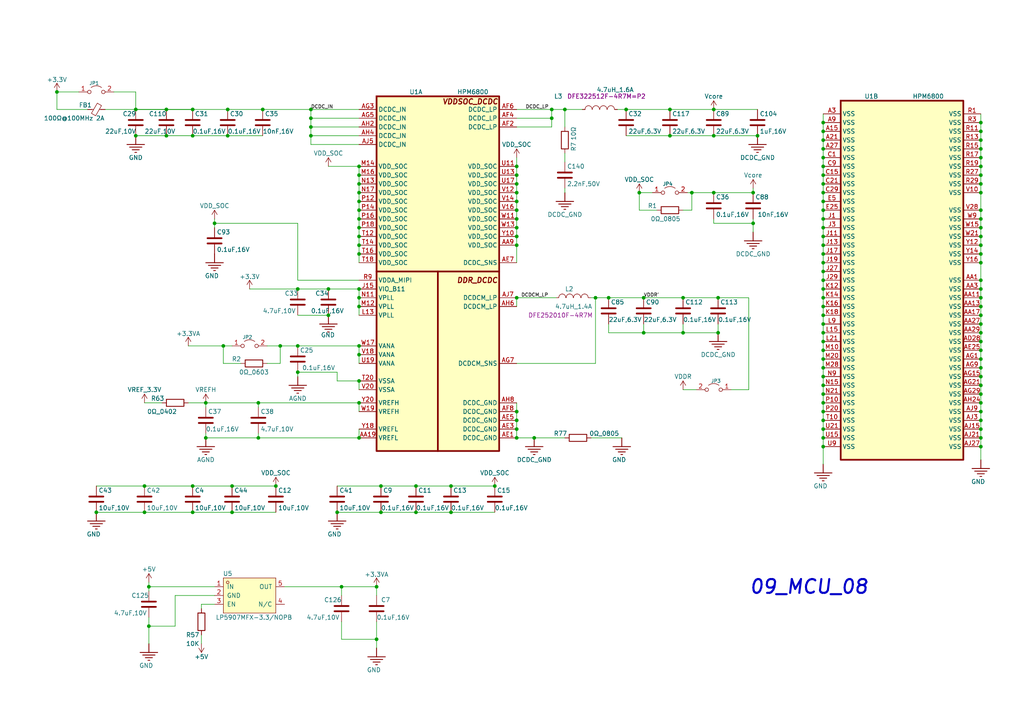
<source format=kicad_sch>
(kicad_sch (version 20230121) (generator eeschema)
  (paper "A4")
  (lib_symbols
    (symbol "0.1uF,16V_10" (pin_numbers hide) (pin_names (offset 0.254))
      (property "Reference" "C" (at 0.635 2.54 0))
      (property "Value" "0.1uF,16V_10" (at 0.635 -2.54 0))
      (symbol "0.1uF,16V_10_1_1"
        (pin passive line (at 0 3.81 270) (length 2.794) (name "~") (number "1"))
        (pin passive line (at 0 -3.81 90) (length 2.794) (name "~") (number "2"))
      )
    )
    (symbol "0.1uF,16V_11" (pin_numbers hide) (pin_names (offset 0.254))
      (property "Reference" "C" (at 0.635 2.54 0))
      (property "Value" "0.1uF,16V_11" (at 0.635 -2.54 0))
      (symbol "0.1uF,16V_11_1_1"
        (pin passive line (at 0 3.81 270) (length 2.794) (name "~") (number "1"))
        (pin passive line (at 0 -3.81 90) (length 2.794) (name "~") (number "2"))
      )
    )
    (symbol "0.1uF,16V_12" (pin_numbers hide) (pin_names (offset 0.254))
      (property "Reference" "C" (at 0.635 2.54 0))
      (property "Value" "0.1uF,16V_12" (at 0.635 -2.54 0))
      (symbol "0.1uF,16V_12_1_1"
        (pin passive line (at 0 3.81 270) (length 2.794) (name "~") (number "1"))
        (pin passive line (at 0 -3.81 90) (length 2.794) (name "~") (number "2"))
      )
    )
    (symbol "0.1uF,16V_13" (pin_numbers hide) (pin_names (offset 0.254))
      (property "Reference" "C" (at 0.635 2.54 0))
      (property "Value" "0.1uF,16V_13" (at 0.635 -2.54 0))
      (symbol "0.1uF,16V_13_1_1"
        (pin passive line (at 0 3.81 270) (length 2.794) (name "~") (number "1"))
        (pin passive line (at 0 -3.81 90) (length 2.794) (name "~") (number "2"))
      )
    )
    (symbol "0.1uF,16V_14" (pin_numbers hide) (pin_names (offset 0.254))
      (property "Reference" "C" (at 0.635 2.54 0))
      (property "Value" "0.1uF,16V_14" (at 0.635 -2.54 0))
      (symbol "0.1uF,16V_14_1_1"
        (pin passive line (at 0 3.81 270) (length 2.794) (name "~") (number "1"))
        (pin passive line (at 0 -3.81 90) (length 2.794) (name "~") (number "2"))
      )
    )
    (symbol "0.1uF,16V_16" (pin_numbers hide) (pin_names (offset 0.254))
      (property "Reference" "C" (at 0.635 2.54 0))
      (property "Value" "0.1uF,16V_16" (at 0.635 -2.54 0))
      (symbol "0.1uF,16V_16_1_1"
        (pin passive line (at 0 3.81 270) (length 2.794) (name "~") (number "1"))
        (pin passive line (at 0 -3.81 90) (length 2.794) (name "~") (number "2"))
      )
    )
    (symbol "0.1uF,16V_17" (pin_numbers hide) (pin_names (offset 0.254))
      (property "Reference" "C" (at 0.635 2.54 0))
      (property "Value" "0.1uF,16V_17" (at 0.635 -2.54 0))
      (symbol "0.1uF,16V_17_1_1"
        (pin passive line (at 0 3.81 270) (length 2.794) (name "~") (number "1"))
        (pin passive line (at 0 -3.81 90) (length 2.794) (name "~") (number "2"))
      )
    )
    (symbol "0.1uF,16V_2" (pin_numbers hide) (pin_names (offset 0.254))
      (property "Reference" "C" (at 0.635 2.54 0))
      (property "Value" "0.1uF,16V_2" (at 0.635 -2.54 0))
      (symbol "0.1uF,16V_2_1_1"
        (pin passive line (at 0 3.81 270) (length 2.794) (name "~") (number "1"))
        (pin passive line (at 0 -3.81 90) (length 2.794) (name "~") (number "2"))
      )
    )
    (symbol "0.1uF,16V_3" (pin_numbers hide) (pin_names (offset 0.254))
      (property "Reference" "C" (at 0.635 2.54 0))
      (property "Value" "0.1uF,16V_3" (at 0.635 -2.54 0))
      (symbol "0.1uF,16V_3_1_1"
        (pin passive line (at 0 3.81 270) (length 2.794) (name "~") (number "1"))
        (pin passive line (at 0 -3.81 90) (length 2.794) (name "~") (number "2"))
      )
    )
    (symbol "0.1uF,16V_5" (pin_numbers hide) (pin_names (offset 0.254))
      (property "Reference" "C" (at 0.635 2.54 0))
      (property "Value" "0.1uF,16V_5" (at 0.635 -2.54 0))
      (symbol "0.1uF,16V_5_1_1"
        (pin passive line (at 0 3.81 270) (length 2.794) (name "~") (number "1"))
        (pin passive line (at 0 -3.81 90) (length 2.794) (name "~") (number "2"))
      )
    )
    (symbol "0.1uF,16V_6" (pin_numbers hide) (pin_names (offset 0.254))
      (property "Reference" "C" (at 0.635 2.54 0))
      (property "Value" "0.1uF,16V_6" (at 0.635 -2.54 0))
      (symbol "0.1uF,16V_6_1_1"
        (pin passive line (at 0 3.81 270) (length 2.794) (name "~") (number "1"))
        (pin passive line (at 0 -3.81 90) (length 2.794) (name "~") (number "2"))
      )
    )
    (symbol "0.1uF,16V_7" (pin_numbers hide) (pin_names (offset 0.254))
      (property "Reference" "C" (at 0.635 2.54 0))
      (property "Value" "0.1uF,16V_7" (at 0.635 -2.54 0))
      (symbol "0.1uF,16V_7_1_1"
        (pin passive line (at 0 3.81 270) (length 2.794) (name "~") (number "1"))
        (pin passive line (at 0 -3.81 90) (length 2.794) (name "~") (number "2"))
      )
    )
    (symbol "0.1uF,16V_8" (pin_numbers hide) (pin_names (offset 0.254))
      (property "Reference" "C" (at 0.635 2.54 0))
      (property "Value" "0.1uF,16V_8" (at 0.635 -2.54 0))
      (symbol "0.1uF,16V_8_1_1"
        (pin passive line (at 0 3.81 270) (length 2.794) (name "~") (number "1"))
        (pin passive line (at 0 -3.81 90) (length 2.794) (name "~") (number "2"))
      )
    )
    (symbol "0.1uF,16V_9" (pin_numbers hide) (pin_names (offset 0.254))
      (property "Reference" "C" (at 0.635 2.54 0))
      (property "Value" "0.1uF,16V_9" (at 0.635 -2.54 0))
      (symbol "0.1uF,16V_9_1_1"
        (pin passive line (at 0 3.81 270) (length 2.794) (name "~") (number "1"))
        (pin passive line (at 0 -3.81 90) (length 2.794) (name "~") (number "2"))
      )
    )
    (symbol "00_HPM6800_Library:HPM6880IBD1"
      (property "Reference" "U" (at -33.02 1.27 0))
      (property "Value" "HPM6880IBD1" (at -22.86 1.27 0))
      (symbol "HPM6880IBD1_1_1"
        (text "DDR_DCDC" (at -6.35 -53.34 0) (effects (font (size 1.5 1.5) bold italic)))
        (text "VDDSOC_DCDC" (at -8.382 -1.524 0) (effects (font (size 1.5 1.5) bold italic)))
        (pin input line (at -40.64 -99.06 0) (length 5.08) (name "VREFL") (number "AA19"))
        (pin input line (at 5.08 -43.18 180) (length 5.08) (name "VDD_SOC") (number "AA9"))
        (pin input line (at 5.08 -99.06 180) (length 5.08) (name "DCDC_GND") (number "AE1"))
        (pin input line (at 5.08 -96.52 180) (length 5.08) (name "DCDC_GND") (number "AE3"))
        (pin input line (at 5.08 -93.98 180) (length 5.08) (name "DCDC_GND") (number "AE5"))
        (pin input line (at 5.08 -48.26 180) (length 5.08) (name "DCDC_SNS") (number "AE7"))
        (pin input line (at 5.08 -8.89 180) (length 5.08) (name "DCDC_LP\n") (number "AF2"))
        (pin input line (at 5.08 -6.35 180) (length 5.08) (name "DCDC_LP\n") (number "AF4"))
        (pin input line (at 5.08 -3.81 180) (length 5.08) (name "DCDC_LP\n") (number "AF6"))
        (pin input line (at 5.08 -91.44 180) (length 5.08) (name "DCDC_GND") (number "AF8"))
        (pin input line (at -40.64 -3.81 0) (length 5.08) (name "DCDC_IN") (number "AG3"))
        (pin input line (at -40.64 -6.35 0) (length 5.08) (name "DCDC_IN") (number "AG5"))
        (pin input line (at 5.08 -77.47 180) (length 5.08) (name "DCDCM_SNS") (number "AG7"))
        (pin input line (at -40.64 -8.89 0) (length 5.08) (name "DCDC_IN") (number "AH2"))
        (pin input line (at -40.64 -11.43 0) (length 5.08) (name "DCDC_IN") (number "AH4"))
        (pin input line (at 5.08 -60.96 180) (length 5.08) (name "DCDCM_LP") (number "AH6"))
        (pin input line (at 5.08 -88.9 180) (length 5.08) (name "DCDC_GND") (number "AH8"))
        (pin input line (at -40.64 -13.97 0) (length 5.08) (name "DCDC_IN") (number "AJ5"))
        (pin input line (at 5.08 -58.42 180) (length 5.08) (name "DCDCM_LP") (number "AJ7"))
        (pin input line (at -40.64 -55.88 0) (length 5.08) (name "VIO_B11") (number "J15"))
        (pin input line (at -40.64 -63.5 0) (length 5.08) (name "VPLL") (number "L13"))
        (pin input line (at -40.64 -60.96 0) (length 5.08) (name "VPLL") (number "M12"))
        (pin input line (at -40.64 -20.32 0) (length 5.08) (name "VDD_SOC") (number "M14"))
        (pin input line (at -40.64 -22.86 0) (length 5.08) (name "VDD_SOC") (number "M16"))
        (pin input line (at -40.64 -58.42 0) (length 5.08) (name "VPLL") (number "N11"))
        (pin input line (at -40.64 -25.4 0) (length 5.08) (name "VDD_SOC") (number "N13"))
        (pin input line (at -40.64 -27.94 0) (length 5.08) (name "VDD_SOC") (number "N17"))
        (pin input line (at -40.64 -30.48 0) (length 5.08) (name "VDD_SOC") (number "P12"))
        (pin input line (at -40.64 -33.02 0) (length 5.08) (name "VDD_SOC") (number "P14"))
        (pin input line (at -40.64 -35.56 0) (length 5.08) (name "VDD_SOC") (number "P16"))
        (pin input line (at -40.64 -38.1 0) (length 5.08) (name "VDD_SOC") (number "P18"))
        (pin input line (at -40.64 -53.34 0) (length 5.08) (name "VDDA_MIPI\n") (number "R9"))
        (pin input line (at -40.64 -40.64 0) (length 5.08) (name "VDD_SOC") (number "T12"))
        (pin input line (at -40.64 -43.18 0) (length 5.08) (name "VDD_SOC") (number "T14"))
        (pin input line (at -40.64 -45.72 0) (length 5.08) (name "VDD_SOC") (number "T16"))
        (pin input line (at -40.64 -48.26 0) (length 5.08) (name "VDD_SOC") (number "T18"))
        (pin input line (at -40.64 -82.55 0) (length 5.08) (name "VSSA") (number "T20"))
        (pin input line (at 5.08 -20.32 180) (length 5.08) (name "VDD_SOC") (number "U11"))
        (pin input line (at 5.08 -22.86 180) (length 5.08) (name "VDD_SOC") (number "U13"))
        (pin input line (at 5.08 -25.4 180) (length 5.08) (name "VDD_SOC") (number "U17"))
        (pin input line (at -40.64 -77.47 0) (length 5.08) (name "VANA") (number "U19"))
        (pin input line (at 5.08 -27.94 180) (length 5.08) (name "VDD_SOC") (number "V12"))
        (pin input line (at 5.08 -30.48 180) (length 5.08) (name "VDD_SOC") (number "V14"))
        (pin input line (at 5.08 -33.02 180) (length 5.08) (name "VDD_SOC") (number "V16"))
        (pin input line (at -40.64 -74.93 0) (length 5.08) (name "VANA") (number "V18"))
        (pin input line (at -40.64 -85.09 0) (length 5.08) (name "VSSA") (number "V20"))
        (pin input line (at 5.08 -35.56 180) (length 5.08) (name "VDD_SOC") (number "W11"))
        (pin input line (at 5.08 -38.1 180) (length 5.08) (name "VDD_SOC") (number "W13"))
        (pin input line (at -40.64 -72.39 0) (length 5.08) (name "VANA") (number "W17"))
        (pin input line (at -40.64 -91.44 0) (length 5.08) (name "VREFH") (number "W19"))
        (pin input line (at 5.08 -40.64 180) (length 5.08) (name "VDD_SOC") (number "Y10"))
        (pin input line (at -40.64 -96.52 0) (length 5.08) (name "VREFL") (number "Y18"))
        (pin input line (at -40.64 -88.9 0) (length 5.08) (name "VREFH") (number "Y20"))
      )
      (symbol "HPM6880IBD1_2_1"
        (pin input line (at -40.64 -8.89 0) (length 5.08) (name "VSS") (number "A15"))
        (pin input line (at -40.64 -11.43 0) (length 5.08) (name "VSS") (number "A21"))
        (pin input line (at -40.64 -13.97 0) (length 5.08) (name "VSS") (number "A27"))
        (pin input line (at -40.64 -3.81 0) (length 5.08) (name "VSS") (number "A3"))
        (pin input line (at -40.64 -6.35 0) (length 5.08) (name "VSS") (number "A9"))
        (pin input line (at 5.08 -52.07 180) (length 5.08) (name "VSS") (number "AA1"))
        (pin input line (at 5.08 -57.15 180) (length 5.08) (name "VSS") (number "AA11"))
        (pin input line (at 5.08 -59.69 180) (length 5.08) (name "VSS") (number "AA13"))
        (pin input line (at 5.08 -62.23 180) (length 5.08) (name "VSS") (number "AA17"))
        (pin input line (at 5.08 -64.77 180) (length 5.08) (name "VSS") (number "AA27"))
        (pin input line (at 5.08 -67.31 180) (length 5.08) (name "VSS") (number "AA29"))
        (pin input line (at 5.08 -54.61 180) (length 5.08) (name "VSS") (number "AA3"))
        (pin input line (at 5.08 -69.85 180) (length 5.08) (name "VSS") (number "AD28"))
        (pin input line (at 5.08 -72.39 180) (length 5.08) (name "VSS") (number "AE25"))
        (pin input line (at 5.08 -74.93 180) (length 5.08) (name "VSS") (number "AG1"))
        (pin input line (at 5.08 -80.01 180) (length 5.08) (name "VSS") (number "AG15"))
        (pin input line (at 5.08 -82.55 180) (length 5.08) (name "VSS") (number "AG21"))
        (pin input line (at 5.08 -85.09 180) (length 5.08) (name "VSS") (number "AG29"))
        (pin input line (at 5.08 -77.47 180) (length 5.08) (name "VSS") (number "AG9"))
        (pin input line (at 5.08 -87.63 180) (length 5.08) (name "VSS") (number "AH24"))
        (pin input line (at 5.08 -95.25 180) (length 5.08) (name "VSS") (number "AJ15"))
        (pin input line (at 5.08 -97.79 180) (length 5.08) (name "VSS") (number "AJ21"))
        (pin input line (at 5.08 -100.33 180) (length 5.08) (name "VSS") (number "AJ27"))
        (pin input line (at 5.08 -92.71 180) (length 5.08) (name "VSS") (number "AJ3"))
        (pin input line (at 5.08 -90.17 180) (length 5.08) (name "VSS") (number "AJ9"))
        (pin input line (at -40.64 -16.51 0) (length 5.08) (name "VSS") (number "C1"))
        (pin input line (at -40.64 -21.59 0) (length 5.08) (name "VSS") (number "C15"))
        (pin input line (at -40.64 -24.13 0) (length 5.08) (name "VSS") (number "C21"))
        (pin input line (at -40.64 -26.67 0) (length 5.08) (name "VSS") (number "C29"))
        (pin input line (at -40.64 -19.05 0) (length 5.08) (name "VSS") (number "C9"))
        (pin input line (at -40.64 -31.75 0) (length 5.08) (name "VSS") (number "E25"))
        (pin input line (at -40.64 -29.21 0) (length 5.08) (name "VSS") (number "E5"))
        (pin input line (at -40.64 -34.29 0) (length 5.08) (name "VSS") (number "J1"))
        (pin input line (at -40.64 -39.37 0) (length 5.08) (name "VSS") (number "J11"))
        (pin input line (at -40.64 -41.91 0) (length 5.08) (name "VSS") (number "J13"))
        (pin input line (at -40.64 -44.45 0) (length 5.08) (name "VSS") (number "J17"))
        (pin input line (at -40.64 -46.99 0) (length 5.08) (name "VSS") (number "J19"))
        (pin input line (at -40.64 -49.53 0) (length 5.08) (name "VSS") (number "J27"))
        (pin input line (at -40.64 -52.07 0) (length 5.08) (name "VSS") (number "J29"))
        (pin input line (at -40.64 -36.83 0) (length 5.08) (name "VSS") (number "J3"))
        (pin input line (at -40.64 -54.61 0) (length 5.08) (name "VSS") (number "K12"))
        (pin input line (at -40.64 -57.15 0) (length 5.08) (name "VSS") (number "K14"))
        (pin input line (at -40.64 -59.69 0) (length 5.08) (name "VSS") (number "K16"))
        (pin input line (at -40.64 -62.23 0) (length 5.08) (name "VSS") (number "K18"))
        (pin input line (at -40.64 -67.31 0) (length 5.08) (name "VSS") (number "L15"))
        (pin input line (at -40.64 -69.85 0) (length 5.08) (name "VSS") (number "L21"))
        (pin input line (at -40.64 -64.77 0) (length 5.08) (name "VSS") (number "L9"))
        (pin input line (at -40.64 -72.39 0) (length 5.08) (name "VSS") (number "M10"))
        (pin input line (at -40.64 -74.93 0) (length 5.08) (name "VSS") (number "M20"))
        (pin input line (at -40.64 -77.47 0) (length 5.08) (name "VSS") (number "M28"))
        (pin input line (at -40.64 -82.55 0) (length 5.08) (name "VSS") (number "N15"))
        (pin input line (at -40.64 -85.09 0) (length 5.08) (name "VSS") (number "N21"))
        (pin input line (at -40.64 -80.01 0) (length 5.08) (name "VSS") (number "N9"))
        (pin input line (at -40.64 -87.63 0) (length 5.08) (name "VSS") (number "P10"))
        (pin input line (at -40.64 -90.17 0) (length 5.08) (name "VSS") (number "P20"))
        (pin input line (at 5.08 -3.81 180) (length 5.08) (name "VSS") (number "R1"))
        (pin input line (at 5.08 -8.89 180) (length 5.08) (name "VSS") (number "R11"))
        (pin input line (at 5.08 -11.43 180) (length 5.08) (name "VSS") (number "R13"))
        (pin input line (at 5.08 -13.97 180) (length 5.08) (name "VSS") (number "R15"))
        (pin input line (at 5.08 -16.51 180) (length 5.08) (name "VSS") (number "R17"))
        (pin input line (at 5.08 -19.05 180) (length 5.08) (name "VSS") (number "R19"))
        (pin input line (at 5.08 -21.59 180) (length 5.08) (name "VSS") (number "R27"))
        (pin input line (at 5.08 -24.13 180) (length 5.08) (name "VSS") (number "R29"))
        (pin input line (at 5.08 -6.35 180) (length 5.08) (name "VSS") (number "R3"))
        (pin input line (at -40.64 -92.71 0) (length 5.08) (name "VSS") (number "T10"))
        (pin input line (at -40.64 -97.79 0) (length 5.08) (name "VSS") (number "U15"))
        (pin input line (at -40.64 -95.25 0) (length 5.08) (name "VSS") (number "U21"))
        (pin input line (at -40.64 -100.33 0) (length 5.08) (name "VSS") (number "U9"))
        (pin input line (at 5.08 -26.67 180) (length 5.08) (name "VSS") (number "V10"))
        (pin input line (at 5.08 -31.75 180) (length 5.08) (name "VSS") (number "V28"))
        (pin input line (at 5.08 -36.83 180) (length 5.08) (name "VSS") (number "W15"))
        (pin input line (at 5.08 -39.37 180) (length 5.08) (name "VSS") (number "W21"))
        (pin input line (at 5.08 -34.29 180) (length 5.08) (name "VSS") (number "W9"))
        (pin input line (at 5.08 -41.91 180) (length 5.08) (name "VSS") (number "Y12"))
        (pin input line (at 5.08 -44.45 180) (length 5.08) (name "VSS") (number "Y14"))
        (pin input line (at 5.08 -46.99 180) (length 5.08) (name "VSS") (number "Y16"))
      )
      (symbol "HPM6880IBD1_3_1"
        (text "DH" (at -15.24 -104.14 0) (effects (font (size 1.27 1.27) bold italic)))
        (text "DL" (at -15.24 -74.93 0) (effects (font (size 1.27 1.27) bold italic)))
        (pin input line (at -40.64 -11.43 0) (length 5.08) (name "VDDR") (number "AA21"))
        (pin input line (at -40.64 -26.67 0) (length 5.08) (name "VDDR") (number "AA23"))
        (pin input line (at -40.64 -8.89 0) (length 5.08) (name "VDDR") (number "AA25"))
        (pin input line (at -40.64 -29.21 0) (length 5.08) (name "VDDR") (number "AB22"))
        (pin input line (at -40.64 -104.14 0) (length 5.08) (name "DDR_CKP") (number "AB24"))
        (pin input line (at 5.08 -8.89 180) (length 5.08) (name "DDR_A2") (number "AB26"))
        (pin input line (at 5.08 -16.51 180) (length 5.08) (name "DDR_A5") (number "AB28"))
        (pin input line (at 5.08 -29.21 180) (length 5.08) (name "DDR_A10") (number "AC23"))
        (pin input line (at -40.64 -101.6 0) (length 5.08) (name "DDR_CKN") (number "AC25"))
        (pin input line (at 5.08 -3.81 180) (length 5.08) (name "DDR_A0") (number "AC27"))
        (pin input line (at 5.08 -11.43 180) (length 5.08) (name "DDR_A3") (number "AC29"))
        (pin input line (at 5.08 -41.91 180) (length 5.08) (name "DDR_A15") (number "AD24"))
        (pin input line (at 5.08 -34.29 180) (length 5.08) (name "DDR_A12") (number "AD26"))
        (pin input line (at 5.08 -6.35 180) (length 5.08) (name "DDR_A1") (number "AE27"))
        (pin input line (at -40.64 -68.58 0) (length 5.08) (name "DDR_BA1") (number "AE29"))
        (pin input line (at -40.64 -55.88 0) (length 5.08) (name "DDR_ZQ") (number "AF24"))
        (pin input line (at 5.08 -31.75 180) (length 5.08) (name "DDR_A11") (number "AF26"))
        (pin input line (at 5.08 -13.97 180) (length 5.08) (name "DDR_A4") (number "AF28"))
        (pin input line (at -40.64 -83.82 0) (length 5.08) (name "DDR_CKE0") (number "AG25"))
        (pin input line (at 5.08 -19.05 180) (length 5.08) (name "DDR_A6") (number "AG27"))
        (pin input line (at 5.08 -24.13 180) (length 5.08) (name "DDR_A8") (number "AH26"))
        (pin input line (at 5.08 -39.37 180) (length 5.08) (name "DDR_A14") (number "AH28"))
        (pin input line (at -40.64 -86.36 0) (length 5.08) (name "DDR_CKE1") (number "AJ25"))
        (pin input line (at -40.64 -24.13 0) (length 5.08) (name "VDDR") (number "J23"))
        (pin input line (at -40.64 -21.59 0) (length 5.08) (name "VDDR") (number "J25"))
        (pin input line (at 5.08 -104.14 180) (length 5.08) (name "DDR_DM1") (number "K22"))
        (pin input line (at 5.08 -81.28 180) (length 5.08) (name "DDR_D9") (number "K24"))
        (pin input line (at 5.08 -71.12 180) (length 5.08) (name "DDR_D6") (number "K26"))
        (pin input line (at 5.08 -66.04 180) (length 5.08) (name "DDR_D4") (number "K28"))
        (pin input line (at 5.08 -86.36 180) (length 5.08) (name "DDR_D11") (number "L23"))
        (pin input line (at 5.08 -91.44 180) (length 5.08) (name "DDR_D13") (number "L25"))
        (pin input line (at 5.08 -53.34 180) (length 5.08) (name "DDR_DQS0N") (number "L27"))
        (pin input line (at 5.08 -50.8 180) (length 5.08) (name "DDR_DQS0P") (number "L29"))
        (pin input line (at -40.64 -31.75 0) (length 5.08) (name "VDDR") (number "M22"))
        (pin input line (at 5.08 -96.52 180) (length 5.08) (name "DDR_D15") (number "M24"))
        (pin input line (at 5.08 -60.96 180) (length 5.08) (name "DDR_D2") (number "M26"))
        (pin input line (at 5.08 -93.98 180) (length 5.08) (name "DDR_D14") (number "N23"))
        (pin input line (at 5.08 -88.9 180) (length 5.08) (name "DDR_D12") (number "N25"))
        (pin input line (at 5.08 -55.88 180) (length 5.08) (name "DDR_D0") (number "N27"))
        (pin input line (at 5.08 -48.26 180) (length 5.08) (name "DDR_DM0") (number "N29"))
        (pin input line (at 5.08 -101.6 180) (length 5.08) (name "DDR_DQS1N") (number "P22"))
        (pin input line (at 5.08 -99.06 180) (length 5.08) (name "DDR_DQS1P") (number "P24"))
        (pin input line (at 5.08 -58.42 180) (length 5.08) (name "DDR_D1") (number "P26"))
        (pin input line (at 5.08 -63.5 180) (length 5.08) (name "DDR_D3") (number "P28"))
        (pin input line (at -40.64 -6.35 0) (length 5.08) (name "DDR_VREF") (number "R21"))
        (pin input line (at -40.64 -19.05 0) (length 5.08) (name "VDDR") (number "R23"))
        (pin input line (at -40.64 -16.51 0) (length 5.08) (name "VDDR") (number "R25"))
        (pin input line (at 5.08 -83.82 180) (length 5.08) (name "DDR_D10") (number "T22"))
        (pin input line (at 5.08 -78.74 180) (length 5.08) (name "DDR_D8") (number "T24"))
        (pin input line (at 5.08 -73.66 180) (length 5.08) (name "DDR_D7") (number "T26"))
        (pin input line (at 5.08 -68.58 180) (length 5.08) (name "DDR_D5") (number "T28"))
        (pin input line (at -40.64 -71.12 0) (length 5.08) (name "DDR_BA2") (number "U23"))
        (pin input line (at -40.64 -66.04 0) (length 5.08) (name "DDR_BA0") (number "U25"))
        (pin input line (at -40.64 -88.9 0) (length 5.08) (name "DDR_ODT0") (number "U27"))
        (pin input line (at -40.64 -91.44 0) (length 5.08) (name "DDR_ODT1") (number "U29"))
        (pin input line (at -40.64 -13.97 0) (length 5.08) (name "VDDR") (number "V22"))
        (pin input line (at -40.64 -78.74 0) (length 5.08) (name "DDR_CS0") (number "V24"))
        (pin input line (at -40.64 -81.28 0) (length 5.08) (name "DDR_CS1") (number "V26"))
        (pin input line (at -40.64 -60.96 0) (length 5.08) (name "DDR_WE") (number "W23"))
        (pin input line (at -40.64 -50.8 0) (length 5.08) (name "DDR_CAS") (number "W25"))
        (pin input line (at 5.08 -21.59 180) (length 5.08) (name "DDR_A7") (number "W27"))
        (pin input line (at -40.64 -58.42 0) (length 5.08) (name "DDR_RST") (number "W29"))
        (pin input line (at -40.64 -3.81 0) (length 5.08) (name "DDR_VREF") (number "Y22"))
        (pin input line (at -40.64 -53.34 0) (length 5.08) (name "DDR_RAS") (number "Y24"))
        (pin input line (at 5.08 -26.67 180) (length 5.08) (name "DDR_A9") (number "Y26"))
        (pin input line (at 5.08 -36.83 180) (length 5.08) (name "DDR_A13") (number "Y28"))
      )
      (symbol "HPM6880IBD1_4_1"
        (text "PA00-PA27" (at -66.04 -5.08 0) (effects (font (size 3 3) bold italic)))
        (pin input line (at -142.24 -63.5 0) (length 5.08) (name "PA20/TMR3.A.CAPT2/URT5.A.CTS/CAN5.A.RXD/I2S0.CD.BCLK/DIS0.AB.G2/CAM0.A.PIXCLK") (number "AA5"))
        (pin input line (at -142.24 -5.08 0) (length 5.08) (name "VIO_B00") (number "AA7"))
        (pin input line (at -142.24 -22.86 0) (length 5.08) (name "PA04/TMR1.A.CAPT2/URT1.A.CTS/CAN1.A.RXD/JTAG.A.TDO") (number "AB2"))
        (pin input line (at -142.24 -25.4 0) (length 5.08) (name "PA05/TMR1.A.COMP2/URT1.A.DE/URT1.A.RTS/CAN1.A.TXD/JTAG.A.TDI") (number "AB4"))
        (pin input line (at -142.24 -58.42 0) (length 5.08) (name "PA18/TMR3.A.COMP1/URT4.A.DE/URT4.A.RTS/CAN4.A.STBY/I2S0.CD.FCLK/DIS0.AB.R7/CAM0.A.D7/CPU0.A.NMI") (number "AB6"))
        (pin input line (at -142.24 -60.96 0) (length 5.08) (name "PA19/TMR3.A.CAPT1/URT4.A.CTS/CAN5.A.STBY/I2S0.C.MCLK/DIS0.AB.R6/CAM0.A.D6") (number "AB8"))
        (pin input line (at -142.24 -17.78 0) (length 5.08) (name "PA02/TMR1.A.COMP1/URT0.A.DE/URT0.A.RTS/CAN0.A.STBY/DAO.A.LN") (number "AC1"))
        (pin input line (at -142.24 -20.32 0) (length 5.08) (name "PA03/TMR1.A.CAPT1/URT0.A.CTS/CAN1.A.STBY/DAO.A.LP") (number "AC3"))
        (pin input line (at -142.24 -53.34 0) (length 5.08) (name "PA16/TMR3.A.COMP0/URT4.A.TXD/CAN4.A.TXD/I2S0.CD.RXD0/DIS0.AB.R5/CAM0.A.D9") (number "AC5"))
        (pin input line (at -142.24 -55.88 0) (length 5.08) (name "PA17/TMR3.A.CAPT0/URT4.A.RXD/CAN4.A.RXD/I2S0.CD.RXD2/DIS0.AB.R4/CAM0.A.D8") (number "AC7"))
        (pin input line (at -142.24 -12.7 0) (length 5.08) (name "PA00/TMR1.A.COMP0/URT0.A.TXD/CAN0.A.TXD/DAO.A.RN") (number "AD2"))
        (pin input line (at -142.24 -15.24 0) (length 5.08) (name "PA01/TMR1.A.CAPT0/URT0.A.RXD/CAN0.A.RXD/DAO.A.RP") (number "AD4"))
        (pin input line (at -142.24 -48.26 0) (length 5.08) (name "PA14/TMR0.A.CAPT3/URT3.A.RXD/CAN3.A.RXD/I2S0.CD.RXD1/DIS0.B.CLK/CAM0.A.VSYNC") (number "AD6"))
        (pin input line (at -142.24 -50.8 0) (length 5.08) (name "PA15/TMR0.A.COMP3/URT3.A.TXD/CAN3.A.TXD/I2S0.CD.RXD3/DIS0.AB.R3/CAM0.A.HSYNC") (number "AD8"))
        (pin input line (at -142.24 -43.18 0) (length 5.08) (name "PA12/TMR1.A.CAPT3/URT3.A.CTS/I2C1.A.SDA/SPI0.A.MISO/PDM0.AB.D0/DIS0.AB.G6/CAM0.A.D4") (number "U1"))
        (pin input line (at -142.24 -45.72 0) (length 5.08) (name "PA13/TMR1.A.COMP3/URT3.A.DE/URT3.A.RTS/I2C1.A.SCL/SPI0.A.MOSI/CAN3.A.STBY/PDM0.AB.D2/DIS0.AB.G5/CAM0.A.D5") (number "U3"))
        (pin input line (at -142.24 -78.74 0) (length 5.08) (name "PA26/TMR2.A.COMP2/URT6.A.DE/URT6.A.RTS/SPI1.A.CS0/CAN6.A.STBY/SDC1.A.CDN/CAM0.B.PIXCLK") (number "U5"))
        (pin input line (at -142.24 -81.28 0) (length 5.08) (name "PA27/TMR2.A.CAPT2/URT6.A.CTS/SPI1.A.SCLK/SDC1.A.WP/CAM0.B.D2") (number "U7"))
        (pin input line (at -142.24 -38.1 0) (length 5.08) (name "PA10/TMR0.A.COMP2/URT2.A.DE/URT2.A.RTS/SPI0.A.CS0/CAN2.A.STBY/PDM0.A.CLK/DIS0.AB.G4/CAM0.A.D3") (number "V2"))
        (pin input line (at -142.24 -40.64 0) (length 5.08) (name "PA11/TMR0.A.CAPT2/URT2.A.CTS/SPI0.A.SCLK/PDM0.B.CLK/DIS0.AB.G3/CAM0.A.D2") (number "V4"))
        (pin input line (at -142.24 -76.2 0) (length 5.08) (name "PA25/TMR2.A.CAPT1/URT6.A.RXD/I2C2.A.SDA/SPI1.A.MOSI/CAN6.A.RXD/I2S0.D.MCLK/SDC1.A.VSEL/CAM0.B.D3") (number "V6"))
        (pin input line (at -142.24 -7.62 0) (length 5.08) (name "VIO_B00") (number "V8"))
        (pin input line (at -142.24 -33.02 0) (length 5.08) (name "PA08/TMR0.A.COMP1/URT2.A.TXD/I2C0.A.SCL/CAN2.A.TXD/PDM0.AB.D1/JTAG.A.TRST") (number "W1"))
        (pin input line (at -142.24 -35.56 0) (length 5.08) (name "PA09/TMR0.A.CAPT1/URT2.A.RXD/I2C0.A.SDA/CAN2.A.RXD/PDM0.AB.D3") (number "W3"))
        (pin input line (at -142.24 -71.12 0) (length 5.08) (name "PA23/TMR2.A.COMP0/URT5.A.TXD/I2S0.CD.TXD0/SDC0.B.RSTN/CAM0.B.D4") (number "W5"))
        (pin input line (at -142.24 -73.66 0) (length 5.08) (name "PA24/TMR2.A.COMP1/URT6.A.TXD/I2C2.A.SCL/SPI1.A.MISO/CAN6.A.TXD/I2S0.CD.TXD2/SDC1.A.VON/CAM0.B.D5") (number "W7"))
        (pin input line (at -142.24 -27.94 0) (length 5.08) (name "PA06/TMR0.A.CAPT0/URT1.A.RXD/JTAG.A.TCK") (number "Y2"))
        (pin input line (at -142.24 -30.48 0) (length 5.08) (name "PA07/TMR0.A.COMP0/URT1.A.TXD/JTAG.A.TMS") (number "Y4"))
        (pin input line (at -142.24 -66.04 0) (length 5.08) (name "PA21/TMR3.A.COMP2/URT5.A.DE/URT5.A.RTS/CAN5.A.TXD/I2S0.CD.TXD1/CAM0.A.XCLK") (number "Y6"))
        (pin input line (at -142.24 -68.58 0) (length 5.08) (name "PA22/TMR2.A.CAPT0/URT5.A.RXD/I2S0.CD.TXD3") (number "Y8"))
      )
      (symbol "HPM6880IBD1_5_1"
        (text "PA28-PB31" (at -82.55 -7.62 0) (effects (font (size 3 3) bold italic)))
        (pin input line (at -158.75 -36.83 0) (length 5.08) (name "PB04/TMR5.A.CAPT2/URT1.B.CTS/SPI2.A.CS0/CAN1.B.RXD/DIS0.AB.B2/MIPI2.A.D0N/LVDS2.A.D0N") (number "F2"))
        (pin input line (at -158.75 -39.37 0) (length 5.08) (name "PB05/TMR5.A.COMP2/URT1.B.DE/URT1.B.RTS/SPI2.A.SCLK/CAN1.B.TXD/DIS0.AB.G7/MIPI2.A.D0P/LVDS2.A.D0P") (number "F4"))
        (pin input line (at -158.75 -82.55 0) (length 5.08) (name "PB22/TMR6.A.CAPT0/URT5.B.RXD/SPI1.B.MISO/I2S1.AB.TXD3/SDC0.B.DATA6/MIPI3.A.D0N/LVDS3.A.D0N") (number "F6"))
        (pin input line (at -158.75 -87.63 0) (length 5.08) (name "PB24/TMR6.A.COMP1/URT6.B.TXD/I2C2.B.SCL/SPI0.B.CS2/CAN6.B.TXD/I2S1.A.MCLK/SDC0.B.DATA7/MIPI3.A.D0P/LVDS3.A.D0P") (number "F8"))
        (pin input line (at -158.75 -41.91 0) (length 5.08) (name "PB06/TMR4.A.CAPT0/URT1.B.RXD/SPI2.A.MISO/DIS0.AB.B3/MIPI2.A.D1N/LVDS2.A.D1N") (number "G1"))
        (pin input line (at -158.75 -44.45 0) (length 5.08) (name "PB07/TMR4.A.COMP0/URT1.B.TXD/SPI2.A.MOSI/DIS0.AB.B4/MIPI2.A.D1P/LVDS2.A.D1P") (number "G3"))
        (pin input line (at -158.75 -90.17 0) (length 5.08) (name "PB25/TMR6.A.CAPT1/URT6.B.RXD/I2C2.B.SDA/SPI0.B.CS1/CAN6.B.RXD/I2S1.AB.BCLK/SDC0.B.DATA4/MIPI3.A.D1N/LVDS3.A.D1N") (number "G5"))
        (pin input line (at -158.75 -85.09 0) (length 5.08) (name "PB23/TMR6.A.COMP0/URT5.B.TXD/SPI1.B.MOSI/I2S1.AB.FCLK/SDC0.B.DATA5/MIPI3.A.D1P/LVDS3.A.D1P") (number "G7"))
        (pin input line (at -158.75 -46.99 0) (length 5.08) (name "PB08/TMR4.A.COMP1/URT2.B.TXD/I2C0.B.SCL/SPI3.A.CS2/CAN2.B.TXD/DIS0.AB.B6/MIPI2.A.CKN/LVDS2.A.CKN") (number "H2"))
        (pin input line (at -158.75 -49.53 0) (length 5.08) (name "PB09/TMR4.A.CAPT1/URT2.B.RXD/I2C0.B.SDA/SPI3.A.CS1/CAN2.B.RXD/DIS0.AB.B5/MIPI2.A.CKP/LVDS2.A.CKP") (number "H4"))
        (pin input line (at -158.75 -92.71 0) (length 5.08) (name "PB26/TMR6.A.COMP2/URT6.B.DE/URT6.B.RTS/SPI0.B.CS0/CAN6.B.STBY/I2S1.AB.RXD1/SDC0.BC.DATA3/MIPI3.A.CKN/LVDS3.A.CKN") (number "H6"))
        (pin input line (at -158.75 -95.25 0) (length 5.08) (name "PB27/TMR6.A.CAPT2/URT6.B.CTS/SPI0.B.SCLK/I2S1.AB.RXD3/SDC0.BC.DATA0/MIPI3.A.CKP/LVDS3.A.CKP") (number "H8"))
        (pin input line (at -158.75 -97.79 0) (length 5.08) (name "PB28/TMR7.A.CAPT3/URT7.B.CTS/I2C3.B.SDA/SPI0.B.MISO/I2S1.AB.RXD0/SDC0.BC.DATA1/CPU0.B.NMI/MIPI3.A.D2N/LVDS3.A.D2N") (number "J5"))
        (pin input line (at -158.75 -2.54 0) (length 5.08) (name "VIO_B01") (number "J7"))
        (pin input line (at -158.75 -52.07 0) (length 5.08) (name "PB10/TMR4.A.COMP2/URT2.B.DE/URT2.B.RTS/SPI3.A.CS0/CAN2.B.STBY/DIS0.AB.EN/MIPI2.A.D2N/LVDS2.A.D2N") (number "K2"))
        (pin input line (at -158.75 -54.61 0) (length 5.08) (name "PB11/TMR4.A.CAPT2/URT2.B.CTS/SPI3.A.SCLK/DIS0.AB.B7/MIPI2.A.D2P/LVDS2.A.D2P") (number "K4"))
        (pin input line (at -158.75 -100.33 0) (length 5.08) (name "PB29/TMR7.A.COMP3/URT7.B.DE/URT7.B.RTS/I2C3.B.SCL/SPI0.B.MOSI/CAN7.B.STBY/I2S1.AB.RXD2/SDC0.BC.DATA2/MIPI3.A.D2P/LVDS3.A.D2P") (number "K6"))
        (pin input line (at -158.75 -105.41 0) (length 5.08) (name "PB31/TMR6.A.COMP3/URT7.B.TXD/SPI0.B.DAT3/CAN7.B.TXD/SDC0.BC.CMD/MIPI3.A.D3P/LVDS3.A.D3P") (number "K8"))
        (pin input line (at -158.75 -57.15 0) (length 5.08) (name "PB12/TMR5.A.CAPT3/URT3.B.CTS/I2C1.B.SDA/SPI3.A.MISO/DIS0.AB.HSYNC/MIPI2.A.D3N/LVDS2.A.D3N") (number "L1"))
        (pin input line (at -158.75 -59.69 0) (length 5.08) (name "PB13/TMR5.A.COMP3/URT3.B.DE/URT3.B.RTS/I2C1.B.SCL/SPI3.A.MOSI/CAN3.B.STBY/DIS0.A.CLK/MIPI2.A.D3P/LVDS2.A.D3P") (number "L3"))
        (pin input line (at -158.75 -19.05 0) (length 5.08) (name "PA29/TMR3.A.COMP3/URT7.A.DE/URT7.A.RTS/I2C3.A.SCL/CAN7.A.STBY/CAM0.B.XCLK/MIPI1.A.REXT") (number "L5"))
        (pin input line (at -158.75 -102.87 0) (length 5.08) (name "PB30/TMR6.A.CAPT3/URT7.B.RXD/SPI0.B.DAT2/CAN7.B.RXD/SDC0.BC.CLK/MIPI3.A.D3N/LVDS3.A.D3N") (number "L7"))
        (pin input line (at -158.75 -62.23 0) (length 5.08) (name "PB14/TMR4.A.CAPT3/URT3.B.RXD/SPI3.A.DAT2/CAN3.B.RXD/DIS0.AB.VSYNC/SYSCTL.B.CLK_OBS1/MIPI2.A.REXT") (number "M2"))
        (pin input line (at -158.75 -64.77 0) (length 5.08) (name "PB15/TMR4.A.COMP3/URT3.B.TXD/SPI3.A.DAT3/CAN3.B.TXD/SDC0.B.DS/SYSCTL.B.CLK_OBS3/MIPI3.A.REXT") (number "M4"))
        (pin input line (at -158.75 -16.51 0) (length 5.08) (name "PA28/TMR3.A.CAPT3/URT7.A.CTS/I2C3.A.SDA/DIS0.AB.R0/MIPI0.A.REXT") (number "M6"))
        (pin input line (at -158.75 -5.08 0) (length 5.08) (name "VIO_B01") (number "M8"))
        (pin input line (at -158.75 -21.59 0) (length 5.08) (name "PA30/TMR2.A.CAPT3/URT7.A.RXD/CAN7.A.RXD/DIS0.AB.R2/MIPI0.A.D0N/LVDS0.A.D0N") (number "N1"))
        (pin input line (at -158.75 -24.13 0) (length 5.08) (name "PA31/TMR2.A.COMP3/URT7.A.TXD/CAN7.A.TXD/DIS0.AB.R1/MIPI0.A.D0P/LVDS0.A.D0P") (number "N3"))
        (pin input line (at -158.75 -67.31 0) (length 5.08) (name "PB16/TMR7.A.COMP0/URT4.B.TXD/CAN4.B.TXD/CAM0.B.D6/MIPI1.A.D0N/LVDS1.A.D0N") (number "N5"))
        (pin input line (at -158.75 -69.85 0) (length 5.08) (name "PB17/TMR7.A.CAPT0/URT4.B.RXD/CAN4.B.RXD/CAM0.B.D7/MIPI1.A.D0P/LVDS1.A.D0P") (number "N7"))
        (pin input line (at -158.75 -26.67 0) (length 5.08) (name "PB00/TMR5.A.COMP0/URT0.B.TXD/CAN0.B.TXD/DIS0.AB.G1/MIPI0.A.CKN/LVDS0.A.CKN") (number "P2"))
        (pin input line (at -158.75 -29.21 0) (length 5.08) (name "PB01/TMR5.A.CAPT0/URT0.B.RXD/CAN0.B.RXD/DIS0.AB.G0/MIPI0.A.CKP/LVDS0.A.CKP") (number "P4"))
        (pin input line (at -158.75 -72.39 0) (length 5.08) (name "PB18/TMR7.A.COMP1/URT4.B.DE/URT4.B.RTS/CAN4.B.STBY/I2S1.AB.TXD1/CAM0.B.D9/MIPI1.A.CKN/LVDS1.A.CKN") (number "P6"))
        (pin input line (at -158.75 -74.93 0) (length 5.08) (name "PB19/TMR7.A.CAPT1/URT4.B.CTS/SPI0.B.CS3/CAN5.B.STBY/I2S1.B.MCLK/CAM0.B.D8/MIPI1.A.CKP/LVDS1.A.CKP") (number "P8"))
        (pin input line (at -158.75 -7.62 0) (length 5.08) (name "VIO_B01") (number "R5"))
        (pin input line (at -158.75 -10.16 0) (length 5.08) (name "VIO_B01") (number "R7"))
        (pin input line (at -158.75 -31.75 0) (length 5.08) (name "PB02/TMR5.A.COMP1/URT0.B.DE/URT0.B.RTS/CAN0.B.STBY/DIS0.AB.B1/MIPI0.A.D1N/LVDS0.A.D1N") (number "T2"))
        (pin input line (at -158.75 -34.29 0) (length 5.08) (name "PB03/TMR5.A.CAPT1/URT0.B.CTS/SPI3.A.CS3/CAN1.B.STBY/DIS0.AB.B0/MIPI0.A.D1P/LVDS0.A.D1P") (number "T4"))
        (pin input line (at -158.75 -80.01 0) (length 5.08) (name "PB21/TMR7.A.COMP2/URT5.B.DE/URT5.B.RTS/SPI1.B.SCLK/CAN5.B.TXD/I2S1.AB.TXD0/CAM0.B.VSYNC/MIPI1.A.D1N/LVDS1.A.D1N") (number "T6"))
        (pin input line (at -158.75 -77.47 0) (length 5.08) (name "PB20/TMR7.A.CAPT2/URT5.B.CTS/SPI1.B.CS0/CAN5.B.RXD/I2S1.AB.TXD2/CAM0.B.HSYNC/MIPI1.A.D1P/LVDS1.A.D1P") (number "T8"))
      )
      (symbol "HPM6880IBD1_6_1"
        (text "PC00-PC11" (at -66.04 -5.08 0) (effects (font (size 3 3) bold italic)))
        (text "PC12-PC17" (at -66.04 -49.53 0) (effects (font (size 3 3) bold italic)))
        (text "PC18-PC29" (at -66.04 -78.74 0) (effects (font (size 3 3) bold italic)))
        (pin input line (at -140.97 -90.17 0) (length 5.08) (name "PC20/TMR3.B.CAPT2/URT5.C.CTS/SPI0.C.CS0/CAN5.C.RXD/I2S1.CD.RXD0/SDC1.B.CLK/ETH0.A.TXCK") (number "A11"))
        (pin input line (at -140.97 -100.33 0) (length 5.08) (name "PC24/TMR2.B.COMP1/URT6.C.TXD/I2C2.C.SCL/SPI1.C.CS2/CAN6.C.TXD/I2S1.CD.TXD0/SDC1.C.CDN/ETH0.A.RXD2") (number "A13"))
        (pin input line (at -140.97 -20.32 0) (length 5.08) (name "PC03/TMR1.B.CAPT1/URT0.C.CTS/CAN1.C.STBY/I2S2.AB.RXD0/SDC0.A.DATA1/XPI_SLV.A.ADQ1") (number "A5"))
        (pin input line (at -140.97 -33.02 0) (length 5.08) (name "PC08/TMR0.B.COMP1/URT2.C.TXD/I2C0.C.SCL/CAN2.C.TXD/I2S2.AB.TXD2/DAO.B.LN/SDC0.A.DATA4/XPI_SLV.A.ERR") (number "A7"))
        (pin input line (at -140.97 -85.09 0) (length 5.08) (name "PC18/TMR3.B.COMP1/URT4.C.DE/URT4.C.RTS/CAN4.C.STBY/I2S1.CD.RXD2/SDC1.B.DATA3/ETH0.A.TXD3") (number "B10"))
        (pin input line (at -140.97 -95.25 0) (length 5.08) (name "PC22/TMR2.B.CAPT0/URT5.C.RXD/SPI0.C.MISO/I2S1.CD.BCLK/SDC1.B.DATA1/ETH0.A.TXD0") (number "B12"))
        (pin input line (at -140.97 -105.41 0) (length 5.08) (name "PC26/TMR2.B.COMP2/URT6.C.DE/URT6.C.RTS/SPI1.C.CS0/CAN6.C.STBY/I2S1.CD.TXD2/SDC1.C.WP/ETH0.A.RXCK") (number "B14"))
        (pin input line (at -140.97 -110.49 0) (length 5.08) (name "PC28/TMR3.B.CAPT3/URT7.C.CTS/I2C3.C.SDA/SPI1.C.MISO/I2S1.C.MCLK/ETH0.A.RXD1") (number "B16"))
        (pin input line (at -140.97 -15.24 0) (length 5.08) (name "PC01/TMR1.B.CAPT0/URT0.C.RXD/CAN0.C.RXD/I2S2.AB.RXD2/SDC0.A.CMD/CPU0.C.NMI/XPI_SLV.A.CLK") (number "B4"))
        (pin input line (at -140.97 -25.4 0) (length 5.08) (name "PC05/TMR1.B.COMP2/URT1.C.DE/URT1.C.RTS/SPI2.B.SCLK/CAN1.C.TXD/I2S2.AB.BCLK/SDC0.A.DATA3/XPI_SLV.A.ADQ2") (number "B6"))
        (pin input line (at -140.97 -38.1 0) (length 5.08) (name "PC10/TMR0.B.COMP2/URT2.C.DE/URT2.C.RTS/CAN2.C.STBY/I2S2.AB.TXD0/DAO.B.RN/SDC0.A.DATA6") (number "B8"))
        (pin input line (at -140.97 -92.71 0) (length 5.08) (name "PC21/TMR3.B.COMP2/URT5.C.DE/URT5.C.RTS/SPI0.C.SCLK/CAN5.C.TXD/I2S1.CD.RXD1/SDC1.B.CMD/ETH0.A.TXEN") (number "C11"))
        (pin input line (at -140.97 -102.87 0) (length 5.08) (name "PC25/TMR2.B.CAPT1/URT6.C.RXD/I2C2.C.SDA/SPI1.C.CS1/CAN6.C.RXD/I2S1.CD.TXD1/SDC1.C.VSEL/ETH0.A.RXD3") (number "C13"))
        (pin input line (at -140.97 -22.86 0) (length 5.08) (name "PC04/TMR1.B.CAPT2/URT1.C.CTS/SPI2.B.CS0/CAN1.C.RXD/I2S2.AB.RXD1/SDC0.A.DATA2/XPI_SLV.A.ADQ3") (number "C5"))
        (pin input line (at -140.97 -35.56 0) (length 5.08) (name "PC09/TMR0.B.CAPT1/URT2.C.RXD/I2C0.C.SDA/CAN2.C.RXD/I2S2.AB.TXD3/DAO.B.LP/SDC0.A.DATA5/XPI_SLV.A.RDY") (number "C7"))
        (pin input line (at -140.97 -87.63 0) (length 5.08) (name "PC19/TMR3.B.CAPT1/URT4.C.CTS/SPI1.C.CS3/CAN5.C.STBY/I2S1.CD.RXD3/SDC1.B.DATA2/ETH0.A.TXD2/ADC0.A.DBG") (number "D10"))
        (pin input line (at -140.97 -97.79 0) (length 5.08) (name "PC23/TMR2.B.COMP0/URT5.C.TXD/SPI0.C.MOSI/I2S1.CD.FCLK/SDC1.B.DATA0/ETH0.A.TXD1/SYSCTL.B.CLK_OBS0") (number "D12"))
        (pin input line (at -140.97 -107.95 0) (length 5.08) (name "PC27/TMR2.B.CAPT2/URT6.C.CTS/SPI1.C.SCLK/I2S1.CD.TXD3/SDC1.C.VON/ETH0.A.RXDV/SYSCTL.B.CLK_OBS2") (number "D14"))
        (pin input line (at -140.97 -113.03 0) (length 5.08) (name "PC29/TMR3.B.COMP3/URT7.C.DE/URT7.C.RTS/I2C3.C.SCL/SPI1.C.MOSI/CAN7.C.STBY/I2S1.D.MCLK/ETH0.A.RXD0") (number "D16"))
        (pin input line (at -140.97 -17.78 0) (length 5.08) (name "PC02/TMR1.B.COMP1/URT0.C.DE/URT0.C.RTS/CAN0.C.STBY/I2S2.AB.RXD3/SDC0.A.CLK/XPI_SLV.A.CSN") (number "D4"))
        (pin input line (at -140.97 -27.94 0) (length 5.08) (name "PC06/TMR0.B.CAPT0/URT1.C.RXD/SPI2.B.MISO/I2S2.AB.FCLK/SDC0.A.DATA0/XPI_SLV.A.ADQ0") (number "D6"))
        (pin input line (at -140.97 -40.64 0) (length 5.08) (name "PC11/TMR0.B.CAPT2/URT2.C.CTS/I2S2.AB.TXD1/DAO.B.RP/SDC0.A.DATA7") (number "D8"))
        (pin input line (at -140.97 -63.5 0) (length 5.08) (name "PC15/TMR0.B.COMP3/URT3.C.TXD/SPI3.B.SCLK/CAN3.C.TXD/PDM0.CD.D2/SDC1.AC.DATA1") (number "E11"))
        (pin input line (at -140.97 -77.47 0) (length 5.08) (name "VIO_B04") (number "E15"))
        (pin input line (at -140.97 -12.7 0) (length 5.08) (name "PC00/TMR1.B.COMP0/URT0.C.TXD/CAN0.C.TXD/I2S2.B.MCLK/SDC0.A.DS/XPI_SLV.A.DQS") (number "E3"))
        (pin input line (at -140.97 -30.48 0) (length 5.08) (name "PC07/TMR0.B.COMP0/URT1.C.TXD/SPI2.B.MOSI/I2S2.A.MCLK/SDC0.A.RSTN") (number "E7"))
        (pin input line (at -140.97 -55.88 0) (length 5.08) (name "PC12/TMR1.B.CAPT3/URT3.C.CTS/I2C1.C.SDA/SPI3.B.MISO/PDM0.CD.D0/SDC1.AC.DATA3") (number "E9"))
        (pin input line (at -140.97 -58.42 0) (length 5.08) (name "PC13/TMR1.B.COMP3/URT3.C.DE/URT3.C.RTS/I2C1.C.SCL/SPI3.B.MOSI/CAN3.C.STBY/PDM0.C.CLK/SDC1.AC.CMD") (number "F10"))
        (pin input line (at -140.97 -68.58 0) (length 5.08) (name "PC17/TMR3.B.CAPT0/URT4.C.RXD/CAN4.C.RXD/PDM0.CD.D3/SDC1.AC.DATA0") (number "F12"))
        (pin input line (at -140.97 -66.04 0) (length 5.08) (name "PC16/TMR3.B.COMP0/URT4.C.TXD/CAN4.C.TXD/PDM0.D.CLK/SDC1.AC.CLK") (number "G11"))
        (pin input line (at -140.97 -5.08 0) (length 5.08) (name "VIO_B02") (number "G9"))
        (pin input line (at -140.97 -60.96 0) (length 5.08) (name "PC14/TMR0.B.CAPT3/URT3.C.RXD/SPI3.B.CS0/CAN3.C.RXD/PDM0.CD.D1/SDC1.AC.DATA2") (number "H10"))
        (pin input line (at -140.97 -48.26 0) (length 5.08) (name "VIO_B03") (number "H12"))
      )
      (symbol "HPM6880IBD1_7_1"
        (text "PC30-PD03" (at -66.04 -5.08 0) (effects (font (size 3 3) bold italic)))
        (text "PD04-PD19" (at -66.04 -34.29 0) (effects (font (size 3 3) bold italic)))
        (text "PD20-PD31" (at -66.04 -88.9 0) (effects (font (size 3 3) bold italic)))
        (pin input line (at -140.97 -41.91 0) (length 5.08) (name "PD04/TMR5.B.CAPT2/URT1.D.CTS/SPI3.C.CS0/CAN1.D.RXD/PDM0.EF.D0/XPI0.A.CA_CS0") (number "A17"))
        (pin input line (at -140.97 -52.07 0) (length 5.08) (name "PD08/TMR4.B.COMP1/URT2.D.TXD/I2C0.D.SCL/SPI2.C.CS2/CAN2.D.TXD/PDM0.E.CLK/XPI0.A.CA_D0/ETH0.B.TXCK") (number "A19"))
        (pin input line (at -140.97 -102.87 0) (length 5.08) (name "PD22/TMR6.B.CAPT0/URT5.D.RXD/SPI0.D.MISO/I2S3.AB.RXD0/ETH0.A.EVTI2") (number "A23"))
        (pin input line (at -140.97 -123.19 0) (length 5.08) (name "PD30/TMR6.B.CAPT3/URT7.D.RXD/SPI1.D.DAT2/CAN7.D.RXD/I2S3.A.MCLK/ETH0.A.EVTI0/SOC.A.REF0") (number "A25"))
        (pin input line (at -140.97 -46.99 0) (length 5.08) (name "PD06/TMR4.B.CAPT0/URT1.D.RXD/SPI3.C.MISO/I2S2.CD.RXD3/PDM0.F.CLK/XPI0.A.CA_SCLK/ETH0.B.TXD3") (number "B18"))
        (pin input line (at -140.97 -57.15 0) (length 5.08) (name "PD10/TMR4.B.COMP2/URT2.D.DE/URT2.D.RTS/SPI2.C.CS0/CAN2.D.STBY/I2S2.CD.TXD2/XPI0.A.CA_D2/ETH0.B.TXD0") (number "B20"))
        (pin input line (at -140.97 -97.79 0) (length 5.08) (name "PD20/TMR7.B.CAPT2/URT5.D.CTS/SPI0.D.CS0/CAN5.D.RXD/I2S3.AB.RXD1/ETH0.A.EVTI3") (number "B22"))
        (pin input line (at -140.97 -107.95 0) (length 5.08) (name "PD24/TMR6.B.COMP1/URT6.D.TXD/I2C2.D.SCL/SPI1.D.CS2/CAN6.D.TXD/I2S3.AB.BCLK/ETH0.A.EVTI1") (number "B24"))
        (pin input line (at -140.97 -44.45 0) (length 5.08) (name "PD05/TMR5.B.COMP2/URT1.D.DE/URT1.D.RTS/SPI3.C.SCLK/CAN1.D.TXD/PDM0.EF.D1/XPI0.A.CA_CS1") (number "C17"))
        (pin input line (at -140.97 -54.61 0) (length 5.08) (name "PD09/TMR4.B.CAPT1/URT2.D.RXD/I2C0.D.SDA/SPI2.C.CS1/CAN2.D.RXD/PDM0.EF.D2/XPI0.A.CA_D1/ETH0.B.TXEN") (number "C19"))
        (pin input line (at -140.97 -105.41 0) (length 5.08) (name "PD23/TMR6.B.COMP0/URT5.D.TXD/SPI0.D.MOSI/I2S3.AB.RXD2/ETH0.A.EVTO1") (number "C23"))
        (pin input line (at -140.97 -125.73 0) (length 5.08) (name "PD31/TMR6.B.COMP3/URT7.D.TXD/SPI1.D.DAT3/CAN7.D.TXD/I2S3.B.MCLK/ETH0.A.EVTO0/SOC.A.REF1") (number "C25"))
        (pin input line (at -140.97 -49.53 0) (length 5.08) (name "PD07/TMR4.B.COMP0/URT1.D.TXD/SPI3.C.MOSI/I2S2.CD.RXD2/PDM0.EF.D3/XPI0.A.CA_DQS/ETH0.B.TXD2") (number "D18"))
        (pin input line (at -140.97 -59.69 0) (length 5.08) (name "PD11/TMR4.B.CAPT2/URT2.D.CTS/SPI2.C.SCLK/I2S2.CD.TXD3/XPI0.A.CA_D3/ETH0.B.TXD1") (number "D20"))
        (pin input line (at -140.97 -100.33 0) (length 5.08) (name "PD21/TMR7.B.COMP2/URT5.D.DE/URT5.D.RTS/SPI0.D.SCLK/CAN5.D.TXD/I2S3.AB.RXD3/ETH0.A.EVTO3") (number "D22"))
        (pin input line (at -140.97 -110.49 0) (length 5.08) (name "PD25/TMR6.B.CAPT1/URT6.D.RXD/I2C2.D.SDA/SPI1.D.CS1/CAN6.D.RXD/I2S3.AB.FCLK/ETH0.A.EVTO2") (number "D24"))
        (pin input line (at -140.97 -12.7 0) (length 5.08) (name "PC30/TMR2.B.CAPT3/URT7.C.RXD/CAN7.C.RXD/DAO.C.LN/SDC1.B.CDN") (number "E13"))
        (pin input line (at -140.97 -62.23 0) (length 5.08) (name "PD12/TMR5.B.CAPT3/URT3.D.CTS/I2C1.D.SDA/SPI2.C.MISO/I2S2.CD.RXD1/XPI0.A.CB_CS0/ETH0.B.RXD1") (number "E17"))
        (pin input line (at -140.97 -69.85 0) (length 5.08) (name "PD15/TMR4.B.COMP3/URT3.D.TXD/SPI2.C.DAT3/CAN3.D.TXD/I2S2.CD.BCLK/XPI0.A.CB_D0/ETH0.B.RXDV") (number "E19"))
        (pin input line (at -140.97 -80.01 0) (length 5.08) (name "PD19/TMR7.B.CAPT1/URT4.D.CTS/SPI1.D.CS3/CAN5.D.STBY/I2S2.CD.TXD1/XPI0.A.CB_D2") (number "E21"))
        (pin input line (at -140.97 -118.11 0) (length 5.08) (name "PD28/TMR7.B.CAPT3/URT7.D.CTS/I2C3.D.SDA/SPI1.D.MISO/I2S3.AB.TXD0") (number "E23"))
        (pin input line (at -140.97 -17.78 0) (length 5.08) (name "PD00/TMR5.B.COMP0/URT0.D.TXD/CAN0.D.TXD/DAO.C.RN/SDC1.B.VON") (number "F14"))
        (pin input line (at -140.97 -22.86 0) (length 5.08) (name "PD02/TMR5.B.COMP1/URT0.D.DE/URT0.D.RTS/CAN0.D.STBY/ETH0.A.MDC") (number "F16"))
        (pin input line (at -140.97 -67.31 0) (length 5.08) (name "PD14/TMR4.B.CAPT3/URT3.D.RXD/SPI2.C.DAT2/CAN3.D.RXD/I2S2.CD.RXD0/XPI0.A.CB_SCLK/ETH0.B.RXCK") (number "F18"))
        (pin input line (at -140.97 -74.93 0) (length 5.08) (name "PD17/TMR7.B.CAPT0/URT4.D.RXD/CAN4.D.RXD/I2S2.CD.TXD0/XPI0.A.CB_DQS/ETH0.B.RXD2") (number "F20"))
        (pin input line (at -140.97 -113.03 0) (length 5.08) (name "PD26/TMR6.B.COMP2/URT6.D.DE/URT6.D.RTS/SPI1.D.CS0/CAN6.D.STBY/I2S3.AB.TXD1/ETH0.B.MDC") (number "F22"))
        (pin input line (at -140.97 -15.24 0) (length 5.08) (name "PC31/TMR2.B.COMP3/URT7.C.TXD/CAN7.C.TXD/DAO.C.LP/SDC1.B.VSEL") (number "G13"))
        (pin input line (at -140.97 -5.08 0) (length 5.08) (name "VIO_B05") (number "G15"))
        (pin input line (at -140.97 -64.77 0) (length 5.08) (name "PD13/TMR5.B.COMP3/URT3.D.DE/URT3.D.RTS/I2C1.D.SCL/SPI2.C.MOSI/CAN3.D.STBY/I2S2.D.MCLK/XPI0.A.CB_CS1/ETH0.B.RXD0") (number "G17"))
        (pin input line (at -140.97 -72.39 0) (length 5.08) (name "PD16/TMR7.B.COMP0/URT4.D.TXD/CAN4.D.TXD/I2S2.CD.FCLK/XPI0.A.CB_D1/ETH0.B.RXD3") (number "G19"))
        (pin input line (at -140.97 -34.29 0) (length 5.08) (name "VIO_B06") (number "G21"))
        (pin input line (at -140.97 -120.65 0) (length 5.08) (name "PD29/TMR7.B.COMP3/URT7.D.DE/URT7.D.RTS/I2C3.D.SCL/SPI1.D.MOSI/CAN7.D.STBY/I2S3.AB.TXD3/CPU0.D.NMI") (number "G23"))
        (pin input line (at -140.97 -20.32 0) (length 5.08) (name "PD01/TMR5.B.CAPT0/URT0.D.RXD/CAN0.D.RXD/DAO.C.RP/SDC1.B.WP") (number "H14"))
        (pin input line (at -140.97 -25.4 0) (length 5.08) (name "PD03/TMR5.B.CAPT1/URT0.D.CTS/CAN1.D.STBY/ETH0.A.MDIO") (number "H16"))
        (pin input line (at -140.97 -31.75 0) (length 5.08) (name "VIO_B06") (number "H18"))
        (pin input line (at -140.97 -77.47 0) (length 5.08) (name "PD18/TMR7.B.COMP1/URT4.D.DE/URT4.D.RTS/CAN4.D.STBY/I2S2.C.MCLK/XPI0.A.CB_D3") (number "H20"))
        (pin input line (at -140.97 -115.57 0) (length 5.08) (name "PD27/TMR6.B.CAPT2/URT6.D.CTS/SPI1.D.SCLK/I2S3.AB.TXD2/ETH0.B.MDIO") (number "H22"))
        (pin input line (at -140.97 -87.63 0) (length 5.08) (name "VIO_B07") (number "J21"))
      )
      (symbol "HPM6880IBD1_8_1"
        (text "PE00-PE15" (at -68.58 -5.08 0) (effects (font (size 3 3) bold italic)))
        (text "PE16-PE31" (at -68.58 -59.69 0) (effects (font (size 3 3) bold italic)))
        (pin input line (at -143.51 -58.42 0) (length 5.08) (name "VIO_B09\n") (number "AB18"))
        (pin input line (at -143.51 -97.79 0) (length 5.08) (name "PE28/TMR3.C.CAPT3/URT7.E.CTS/I2C3.E.SDA/SPI1.E.MISO/DAO.E.RP/USB0.C.ID/ADC0.A.IN1") (number "AB20"))
        (pin input line (at -143.51 -102.87 0) (length 5.08) (name "PE30/TMR2.C.CAPT3/URT7.E.RXD/SPI1.E.DAT2/CAN7.E.RXD/DAO.E.RN/USB0.C.OC/ADC0.A.IN5/ADC1.A.INN/OPA0.A.IN0N") (number "AC19"))
        (pin input line (at -143.51 -60.96 0) (length 5.08) (name "VIO_B09") (number "AC21"))
        (pin input line (at -143.51 -105.41 0) (length 5.08) (name "PE31/TMR2.C.COMP3/URT7.E.TXD/SPI1.E.DAT3/CAN7.E.TXD/DAO.E.LP/ADC0.A.IN7/ADC1.A.INP/OPA0.A.IN0P") (number "AD18"))
        (pin input line (at -143.51 -95.25 0) (length 5.08) (name "PE27/TMR2.C.CAPT2/URT6.E.CTS/SPI1.E.SCLK/I2S0.B.MCLK/USB0.C.PWR/ADC0.A.IN11/OPA0.A.IN1N") (number "AD20"))
        (pin input line (at -143.51 -90.17 0) (length 5.08) (name "PE25/TMR2.C.CAPT1/URT6.E.RXD/I2C2.E.SDA/SPI1.E.CS1/CAN6.E.RXD/I2S0.A.MCLK/ETH0.D.MDC/ADC0.A.IN0") (number "AD22"))
        (pin input line (at -143.51 -100.33 0) (length 5.08) (name "PE29/TMR3.C.COMP3/URT7.E.DE/URT7.E.RTS/I2C3.E.SCL/SPI1.E.MOSI/CAN7.E.STBY/DAO.E.LN/ADC0.A.IN3/OPA0.A.OUT") (number "AE19"))
        (pin input line (at -143.51 -92.71 0) (length 5.08) (name "PE26/TMR2.C.COMP2/URT6.E.DE/URT6.E.RTS/SPI1.E.CS0/CAN6.E.STBY/I2S0.AB.BCLK/ADC0.A.IN14/OPA0.A.IN3N") (number "AE21"))
        (pin input line (at -143.51 -87.63 0) (length 5.08) (name "PE24/TMR2.C.COMP1/URT6.E.TXD/I2C2.E.SCL/SPI1.E.CS2/CAN6.E.TXD/I2S0.AB.FCLK/ETH0.D.MDIO/ADC0.A.IN12") (number "AE23"))
        (pin input line (at -143.51 -80.01 0) (length 5.08) (name "PE21/TMR3.C.COMP2/URT5.E.DE/URT5.E.RTS/SPI0.E.SCLK/CAN5.E.TXD/I2S0.AB.RXD1/ETH0.C.EVTI2/ADC0.A.IN2/OPA0.A.IN3P") (number "AF20"))
        (pin input line (at -143.51 -74.93 0) (length 5.08) (name "PE19/TMR3.C.CAPT1/URT4.E.CTS/SPI1.E.CS3/CAN5.E.STBY/I2S0.AB.TXD1/ETH0.C.EVTI1/ADC0.A.IN10/OPA0.A.IN2N") (number "AF22"))
        (pin input line (at -143.51 -85.09 0) (length 5.08) (name "PE23/TMR2.C.COMP0/URT5.E.TXD/SPI0.E.MOSI/I2S0.AB.RXD3/ETH0.C.EVTI3/USB0.B.OC/ADC0.A.IN6/OPA0.A.IN1P") (number "AG19"))
        (pin input line (at -143.51 -69.85 0) (length 5.08) (name "PE17/TMR3.C.CAPT0/URT4.E.RXD/CAN4.E.RXD/I2S0.AB.TXD3/ETH0.C.EVTI0/ADC0.A.IN13") (number "AG23"))
        (pin input line (at -143.51 -77.47 0) (length 5.08) (name "PE20/TMR3.C.CAPT2/URT5.E.CTS/SPI0.E.CS0/CAN5.E.RXD/I2S0.AB.RXD0/ETH0.C.EVTO2/USB0.B.ID/OPA0.A.EXT") (number "AH20"))
        (pin input line (at -143.51 -72.39 0) (length 5.08) (name "PE18/TMR3.C.COMP1/URT4.E.DE/URT4.E.RTS/CAN4.E.STBY/I2S0.AB.TXD0/ETH0.C.EVTO1/USB0.B.PWR/ADC0.A.IN9") (number "AH22"))
        (pin input line (at -143.51 -82.55 0) (length 5.08) (name "PE22/TMR2.C.CAPT0/URT5.E.RXD/SPI0.E.MISO/I2S0.AB.RXD2/ETH0.C.EVTO3/ADC0.A.IN4/OPA0.A.IN2P") (number "AJ19"))
        (pin input line (at -143.51 -67.31 0) (length 5.08) (name "PE16/TMR3.C.COMP0/URT4.E.TXD/CAN4.E.TXD/I2S0.AB.TXD2/ETH0.C.EVTO0/ADC0.A.IN8") (number "AJ23"))
        (pin input line (at -143.51 -15.24 0) (length 5.08) (name "PE01/TMR1.C.CAPT0/URT0.E.RXD/CAN0.E.RXD/I2S3.CD.TXD2/PDM0.GH.D1") (number "B26"))
        (pin input line (at -143.51 -12.7 0) (length 5.08) (name "PE00/TMR1.C.COMP0/URT0.E.TXD/CAN0.E.TXD/I2S3.CD.TXD3/PDM0.G.CLK/SYSCTL.A.CLK_OBS0") (number "B28"))
        (pin input line (at -143.51 -17.78 0) (length 5.08) (name "PE02/TMR1.C.COMP1/URT0.E.DE/URT0.E.RTS/CAN0.E.STBY/I2S3.CD.TXD1/PDM0.GH.D0/SYSCTL.A.CLK_OBS2") (number "C27"))
        (pin input line (at -143.51 -22.86 0) (length 5.08) (name "PE04/TMR1.C.CAPT2/URT1.E.CTS/SPI3.D.CS0/CAN1.E.RXD/I2S3.D.MCLK/SYSCTL.A.CLK_OBS3") (number "D26"))
        (pin input line (at -143.51 -20.32 0) (length 5.08) (name "PE03/TMR1.C.CAPT1/URT0.E.CTS/SPI2.D.CS3/CAN1.E.STBY/I2S3.CD.TXD0/SYSCTL.A.CLK_OBS1") (number "D28"))
        (pin input line (at -143.51 -35.56 0) (length 5.08) (name "PE09/TMR0.C.CAPT1/URT2.E.RXD/I2C0.E.SDA/SPI2.D.CS1/CAN2.E.RXD/I2S3.C.MCLK/ETH0.B.EVTI3") (number "E27"))
        (pin input line (at -143.51 -33.02 0) (length 5.08) (name "PE08/TMR0.C.COMP1/URT2.E.TXD/I2C0.E.SCL/SPI2.D.CS2/CAN2.E.TXD/I2S3.CD.FCLK/ETH0.B.EVTO3") (number "E29"))
        (pin input line (at -143.51 -27.94 0) (length 5.08) (name "PE06/TMR0.C.CAPT0/URT1.E.RXD/SPI3.D.MISO/DAO.D.LN") (number "F24"))
        (pin input line (at -143.51 -40.64 0) (length 5.08) (name "PE11/TMR0.C.CAPT2/URT2.E.CTS/SPI2.D.SCLK/DAO.D.RN/ETH0.B.EVTI2") (number "F26"))
        (pin input line (at -143.51 -38.1 0) (length 5.08) (name "PE10/TMR0.C.COMP2/URT2.E.DE/URT2.E.RTS/SPI2.D.CS0/CAN2.E.STBY/I2S3.CD.BCLK/ETH0.B.EVTO1") (number "F28"))
        (pin input line (at -143.51 -25.4 0) (length 5.08) (name "PE05/TMR1.C.COMP2/URT1.E.DE/URT1.E.RTS/SPI3.D.SCLK/CAN1.E.TXD/DAO.D.RP") (number "G25"))
        (pin input line (at -143.51 -45.72 0) (length 5.08) (name "PE13/TMR1.C.COMP3/URT3.E.DE/URT3.E.RTS/I2C1.E.SCL/SPI2.D.MOSI/CAN3.E.STBY/I2S3.CD.RXD0/PDM0.GH.D3/ETH0.B.EVTI1") (number "G27"))
        (pin input line (at -143.51 -43.18 0) (length 5.08) (name "PE12/TMR1.C.CAPT3/URT3.E.CTS/I2C1.E.SDA/SPI2.D.MISO/I2S3.CD.RXD1/PDM0.GH.D2/ETH0.B.EVTO2") (number "G29"))
        (pin input line (at -143.51 -30.48 0) (length 5.08) (name "PE07/TMR0.C.COMP0/URT1.E.TXD/SPI3.D.MOSI/DAO.D.LP") (number "H24"))
        (pin input line (at -143.51 -50.8 0) (length 5.08) (name "PE15/TMR0.C.COMP3/URT3.E.TXD/SPI2.D.DAT3/CAN3.E.TXD/I2S3.CD.RXD2/ETH0.C.MDC/ETH0.B.EVTI0") (number "H26"))
        (pin input line (at -143.51 -48.26 0) (length 5.08) (name "PE14/TMR0.C.CAPT3/URT3.E.RXD/SPI2.D.DAT2/CAN3.E.RXD/I2S3.CD.RXD3/PDM0.H.CLK/ETH0.C.MDIO/ETH0.B.EVTO0") (number "H28"))
        (pin input line (at -143.51 -2.54 0) (length 5.08) (name "VIO_B08") (number "K20"))
        (pin input line (at -143.51 -5.08 0) (length 5.08) (name "VIO_B08") (number "L19"))
      )
      (symbol "HPM6880IBD1_9_1"
        (text "PF00-PF09" (at -66.04 -5.08 0) (effects (font (size 3 3) bold italic)))
        (pin input line (at -140.97 -3.81 0) (length 5.08) (name "VIO_B10") (number "AA15"))
        (pin input line (at -140.97 -34.29 0) (length 5.08) (name "PF09/TMR4.C.CAPT1/URT2.F.RXD/I2C0.F.SDA/SPI3.E.CS1/CAN2.F.RXD/ETH0.E.MDC/ETH0.D.EVTI3") (number "AB16"))
        (pin input line (at -140.97 -29.21 0) (length 5.08) (name "PF07/TMR4.C.COMP0/URT1.F.TXD/SPI2.E.MOSI/ETH0.D.EVTI1/") (number "AC17"))
        (pin input line (at -140.97 -31.75 0) (length 5.08) (name "PF08/TMR4.C.COMP1/URT2.F.TXD/I2C0.F.SCL/SPI3.E.CS2/CAN2.F.TXD/ETH0.E.MDIO/ETH0.D.EVTI2") (number "AD16"))
        (pin input line (at -140.97 -26.67 0) (length 5.08) (name "PF06/TMR4.C.CAPT0/URT1.F.RXD/SPI2.E.MISO/ETH0.D.EVTI0") (number "AE17"))
        (pin input line (at -140.97 -24.13 0) (length 5.08) (name "PF05/TMR5.C.COMP2/URT1.F.DE/URT1.F.RTS/SPI2.E.SCLK/CAN1.F.TXD/PDM0.JK.D0/ETH0.D.EVTO3") (number "AF16"))
        (pin input line (at -140.97 -13.97 0) (length 5.08) (name "PF01/TMR5.C.CAPT0/URT0.F.RXD/CAN0.F.RXD/PDM0.JK.D2/CPU0.E.NMI") (number "AF18"))
        (pin input line (at -140.97 -19.05 0) (length 5.08) (name "PF03/TMR5.C.CAPT1/URT0.F.CTS/SPI3.E.CS3/CAN1.F.STBY/PDM0.JK.D1/ETH0.D.EVTO1/USB0.A.OC") (number "AG17"))
        (pin input line (at -140.97 -21.59 0) (length 5.08) (name "PF04/TMR5.C.CAPT2/URT1.F.CTS/SPI2.E.CS0/CAN1.F.RXD/PDM0.J.CLK/ETH0.D.EVTO2/USB0.A.ID") (number "AH16"))
        (pin input line (at -140.97 -11.43 0) (length 5.08) (name "PF00/TMR5.C.COMP0/URT0.F.TXD/CAN0.F.TXD/PDM0.K.CLK/USB0.A.PWR") (number "AH18"))
        (pin input line (at -140.97 -16.51 0) (length 5.08) (name "PF02/TMR5.C.COMP1/URT0.F.DE/URT0.F.RTS/CAN0.F.STBY/PDM0.JK.D3/ETH0.D.EVTO0") (number "AJ17"))
      )
      (symbol "HPM6880IBD1_10_1"
        (text "PY00-PY07" (at -66.04 -39.37 0) (effects (font (size 3 3) bold italic)))
        (text "PZ00-PZ07" (at -66.04 -3.81 0) (effects (font (size 3 3) bold italic)))
        (pin input line (at -140.97 -29.21 0) (length 5.08) (name "PZ07/TMR2.D.COMP0/URT5.G.TXD/SPI0.G.MOSI") (number "AB10"))
        (pin input line (at -140.97 -40.64 0) (length 5.08) (name "VPMC") (number "AB12"))
        (pin input line (at -140.97 -13.97 0) (length 5.08) (name "PZ01/TMR3.D.CAPT0/URT4.G.RXD/CAN4.G.RXD") (number "AB14"))
        (pin input line (at -140.97 -24.13 0) (length 5.08) (name "PZ05/TMR3.D.COMP2/URT5.G.DE/URT5.G.RTS/SPI0.G.SCLK/CAN5.G.TXD/DAO.F.LN") (number "AC11"))
        (pin input line (at -140.97 -19.05 0) (length 5.08) (name "PZ03/TMR3.D.CAPT1/URT4.G.CTS/CAN5.G.STBY/DAO.F.RN") (number "AC13"))
        (pin input line (at -140.97 -6.35 0) (length 5.08) (name "VBAT") (number "AC15"))
        (pin input line (at 5.08 -44.45 180) (length 5.08) (name "VDD_PMCCAP") (number "AC9"))
        (pin input line (at -140.97 -26.67 0) (length 5.08) (name "PZ06/TMR2.D.CAPT0/URT5.G.RXD/SPI0.G.MISO") (number "AD10"))
        (pin input line (at -140.97 -38.1 0) (length 5.08) (name "VPMC") (number "AD12"))
        (pin input line (at -140.97 -11.43 0) (length 5.08) (name "PZ00/TMR3.D.COMP0/URT4.G.TXD/CAN4.G.TXD") (number "AD14"))
        (pin input line (at -140.97 -21.59 0) (length 5.08) (name "PZ04/TMR3.D.CAPT2/URT5.G.CTS/SPI0.G.CS0/CAN5.G.RXD/DAO.F.LP") (number "AE11"))
        (pin input line (at -140.97 -16.51 0) (length 5.08) (name "PZ02/TMR3.D.COMP1/URT4.G.DE/URT4.G.RTS/CAN4.G.STBY/DAO.F.RP") (number "AE13"))
        (pin input line (at -140.97 -3.81 0) (length 5.08) (name "VBAT") (number "AE15"))
        (pin input line (at -140.97 -68.58 0) (length 5.08) (name "PY07/TMR0.D.COMP0/URT1.G.TXD/SPI2.F.MOSI/PDM0.LM.D0") (number "AF10"))
        (pin input line (at -140.97 -58.42 0) (length 5.08) (name "PY03/TMR1.D.CAPT1/URT0.G.CTS/CAN1.G.STBY/PDM0.LM.D2") (number "AF12"))
        (pin input line (at -140.97 -63.5 0) (length 5.08) (name "PY05/TMR1.D.COMP2/URT1.G.DE/URT1.G.RTS/SPI2.F.SCLK/CAN1.G.TXD/PDM0.LM.D1") (number "AG11"))
        (pin input line (at -140.97 -53.34 0) (length 5.08) (name "PY01/TMR1.D.CAPT0/URT0.G.RXD/CAN0.G.RXD") (number "AG13"))
        (pin input line (at -140.97 -66.04 0) (length 5.08) (name "PY06/TMR0.D.CAPT0/URT1.G.RXD/SPI2.F.MISO/PDM0.L.CLK") (number "AH10"))
        (pin input line (at -140.97 -55.88 0) (length 5.08) (name "PY02/TMR1.D.COMP1/URT0.G.DE/URT0.G.RTS/CAN0.G.STBY/PDM0.M.CLK") (number "AH12"))
        (pin input line (at -140.97 -60.96 0) (length 5.08) (name "PY04/TMR1.D.CAPT2/URT1.G.CTS/SPI2.F.CS0/CAN1.G.RXD/PDM0.LM.D3") (number "AJ11"))
        (pin input line (at -140.97 -50.8 0) (length 5.08) (name "PY00/TMR1.D.COMP0/URT0.G.TXD/CAN0.G.TXD") (number "AJ13"))
        (pin input line (at 5.08 -36.83 180) (length 5.08) (name "VDD_2V5CAP") (number "L17"))
        (pin input line (at 5.08 -39.37 180) (length 5.08) (name "VDD_2V5CAP") (number "M18"))
        (pin input line (at 5.08 -41.91 180) (length 5.08) (name "VDD_2V5CAP") (number "N19"))
      )
      (symbol "HPM6880IBD1_11_1"
        (pin input line (at 5.08 -5.08 180) (length 5.08) (name "USB0_DP") (number "B2"))
        (pin input line (at 5.08 -7.62 180) (length 5.08) (name "USB0_DN") (number "C3"))
        (pin input line (at -36.83 -10.16 0) (length 5.08) (name "USB0_VBUS") (number "J9"))
        (pin input line (at -36.83 -5.08 0) (length 5.08) (name "VUSB") (number "K10"))
        (pin input line (at -36.83 -7.62 0) (length 5.08) (name "VUSB") (number "L11"))
      )
      (symbol "HPM6880IBD1_12_1"
        (pin input line (at -38.1 -15.24 0) (length 5.08) (name "RESETN") (number "AE9"))
        (pin input line (at 5.08 -3.81 180) (length 5.08) (name "RTC_XTAL_OUT") (number "AF14"))
        (pin input line (at 5.08 -7.62 180) (length 5.08) (name "RTC_XTAL_IN") (number "AH14"))
        (pin input line (at -38.1 -7.62 0) (length 5.08) (name "XTAL_OUT") (number "D2"))
        (pin input line (at -38.1 -3.81 0) (length 5.08) (name "XTAL_IN") (number "E1"))
      )
    )
    (symbol "02_HPM_Resistor:0Ω_0402" (pin_numbers hide) (pin_names (offset 0))
      (property "Reference" "R" (at -5.08 1.27 0))
      (property "Value" "0Ω_0402" (at 7.62 1.27 0))
      (symbol "0Ω_0402_1_1"
        (pin passive line (at -3.81 0 0) (length 1.27) (name "~") (number "1"))
        (pin passive line (at 3.81 0 180) (length 1.27) (name "~") (number "2"))
      )
    )
    (symbol "02_HPM_Resistor:0Ω_0603" (pin_numbers hide) (pin_names (offset 0))
      (property "Reference" "R" (at -5.08 1.27 0))
      (property "Value" "0Ω_0603" (at 7.62 1.27 0))
      (symbol "0Ω_0603_1_1"
        (pin passive line (at -3.81 0 0) (length 1.27) (name "~") (number "1"))
        (pin passive line (at 3.81 0 180) (length 1.27) (name "~") (number "2"))
      )
    )
    (symbol "02_HPM_Resistor:0Ω_0805" (pin_numbers hide) (pin_names (offset 0))
      (property "Reference" "R" (at -5.08 1.27 0))
      (property "Value" "0Ω_0805" (at 7.62 1.27 0))
      (symbol "0Ω_0805_1_1"
        (pin passive line (at -3.81 0 0) (length 1.27) (name "~") (number "1"))
        (pin passive line (at 3.81 0 180) (length 1.27) (name "~") (number "2"))
      )
    )
    (symbol "02_HPM_Resistor:10K" (pin_numbers hide) (pin_names (offset 0))
      (property "Reference" "R" (at -3.81 1.27 0))
      (property "Value" "10K" (at 5.08 1.27 0))
      (symbol "10K_1_1"
        (pin passive line (at -3.81 0 0) (length 1.27) (name "~") (number "1"))
        (pin passive line (at 3.81 0 180) (length 1.27) (name "~") (number "2"))
      )
    )
    (symbol "02_HPM_Resistor:10Ω" (pin_numbers hide) (pin_names (offset 0))
      (property "Reference" "R" (at -3.81 1.27 0))
      (property "Value" "10Ω" (at 7.62 1.27 0))
      (symbol "10Ω_1_1"
        (pin passive line (at -3.81 0 0) (length 1.27) (name "~") (number "1"))
        (pin passive line (at 3.81 0 180) (length 1.27) (name "~") (number "2"))
      )
    )
    (symbol "03_HPM_Capacitance:0.1uF,16V" (pin_numbers hide) (pin_names (offset 0.254))
      (property "Reference" "C" (at 0.635 2.54 0))
      (property "Value" "0.1uF,16V" (at 0.635 -2.54 0))
      (symbol "0.1uF,16V_1_1"
        (pin passive line (at 0 3.81 270) (length 2.794) (name "~") (number "1"))
        (pin passive line (at 0 -3.81 90) (length 2.794) (name "~") (number "2"))
      )
    )
    (symbol "03_HPM_Capacitance:10uF,10V" (pin_numbers hide) (pin_names (offset 0.254))
      (property "Reference" "C" (at 0.635 2.54 0))
      (property "Value" "10uF,10V" (at 0.635 -2.54 0))
      (symbol "10uF,10V_1_1"
        (pin passive line (at 0 3.81 270) (length 2.794) (name "~") (number "1"))
        (pin passive line (at 0 -3.81 90) (length 2.794) (name "~") (number "2"))
      )
    )
    (symbol "03_HPM_Capacitance:1nF,50V" (pin_numbers hide) (pin_names (offset 0.254))
      (property "Reference" "C" (at 0.635 2.54 0))
      (property "Value" "1nF,50V" (at 0.635 -2.54 0))
      (symbol "1nF,50V_1_1"
        (pin passive line (at 0 3.81 270) (length 2.794) (name "~") (number "1"))
        (pin passive line (at 0 -3.81 90) (length 2.794) (name "~") (number "2"))
      )
    )
    (symbol "03_HPM_Capacitance:1uF,16V" (pin_numbers hide) (pin_names (offset 0.254))
      (property "Reference" "C" (at 0.635 2.54 0))
      (property "Value" "1uF,16V" (at 0.635 -2.54 0))
      (symbol "1uF,16V_1_1"
        (pin passive line (at 0 3.81 270) (length 2.794) (name "~") (number "1"))
        (pin passive line (at 0 -3.81 90) (length 2.794) (name "~") (number "2"))
      )
    )
    (symbol "03_HPM_Capacitance:22uF,10V" (pin_numbers hide) (pin_names (offset 0.254))
      (property "Reference" "C" (at 0.635 2.54 0))
      (property "Value" "22uF,10V" (at 0.635 -2.54 0))
      (symbol "22uF,10V_1_1"
        (pin passive line (at 0 3.81 270) (length 2.794) (name "~") (number "1"))
        (pin passive line (at 0 -3.81 90) (length 2.794) (name "~") (number "2"))
      )
    )
    (symbol "03_HPM_Capacitance:22uF,6.3V" (pin_numbers hide) (pin_names (offset 0.254))
      (property "Reference" "C" (at 0.635 2.54 0))
      (property "Value" "22uF,6.3V" (at 0.635 -2.54 0))
      (symbol "22uF,6.3V_1_1"
        (pin passive line (at 0 3.81 270) (length 2.794) (name "~") (number "1"))
        (pin passive line (at 0 -3.81 90) (length 2.794) (name "~") (number "2"))
      )
    )
    (symbol "03_HPM_Capacitance:4.7uF,10V" (pin_numbers hide) (pin_names (offset 0.254))
      (property "Reference" "C" (at 0.635 2.54 0))
      (property "Value" "4.7uF,10V" (at 0.635 -2.54 0))
      (symbol "4.7uF,10V_1_1"
        (pin passive line (at 0 3.81 270) (length 2.794) (name "~") (number "1"))
        (pin passive line (at 0 -3.81 90) (length 2.794) (name "~") (number "2"))
      )
    )
    (symbol "05_HPM_Conn:Jumper_2" (pin_names (offset 0) hide)
      (property "Reference" "JP" (at 0 3.81 0))
      (symbol "Jumper_2_1_1"
        (pin passive line (at -5.08 0 0) (length 2.54) (name "A") (number "1"))
        (pin passive line (at 5.08 0 180) (length 2.54) (name "B") (number "2"))
      )
    )
    (symbol "07_HPM_Inductance:100Ω@100MHz 2A" (pin_numbers hide) (pin_names (offset 0))
      (property "Reference" "FB1" (at -2.54 1.27 0))
      (property "Value" "100Ω@100MHz 2A" (at -6.35 -3.81 0))
      (symbol "100Ω@100MHz 2A_1_1"
        (pin passive line (at 5.08 0 180) (length 1.27) (name "~") (number "1"))
        (pin passive line (at 0 0 0) (length 1.27) (name "~") (number "2"))
      )
    )
    (symbol "07_HPM_Inductance:4.7uH_1.4A" (pin_numbers hide) (pin_names (offset 1.016) hide)
      (property "Reference" "L" (at -5.08 1.27 0))
      (property "Value" "4.7uH_1.4A" (at 0 -2.54 0))
      (property "Model" "DFE252010F-4R7M" (at -1.27 -5.08 0))
      (symbol "4.7uH_1.4A_1_1"
        (pin input line (at -5.08 0 0) (length 0.762) (name "1") (number "1"))
        (pin input line (at 5.08 0 180) (length 0.762) (name "2") (number "2"))
      )
    )
    (symbol "07_HPM_Inductance:4.7uH_1.6A" (pin_numbers hide) (pin_names (offset 1.016) hide)
      (property "Reference" "L" (at -5.08 1.27 0))
      (property "Value" "4.7uH_1.6A" (at 0 -2.54 0))
      (property "Model" "DFE322512F-4R7M=P2" (at -1.27 -5.08 0))
      (symbol "4.7uH_1.6A_1_1"
        (pin input line (at -5.08 0 0) (length 0.762) (name "1") (number "1"))
        (pin input line (at 5.08 0 180) (length 0.762) (name "2") (number "2"))
      )
    )
    (symbol "08_Power_IC:LP5907MFX-3.3{slash}NOPB" (pin_names (offset 1.016))
      (property "Reference" "U" (at -6.35 6.35 0))
      (property "Value" "LP5907MFX-3.3{slash}NOPB" (at -0.635 -10.795 0))
      (symbol "LP5907MFX-3.3{slash}NOPB_1_1"
        (pin input line (at -10.16 2.54 0) (length 2.54) (name "IN") (number "1"))
        (pin input line (at -10.16 0 0) (length 2.54) (name "GND") (number "2"))
        (pin input line (at -10.16 -2.54 0) (length 2.54) (name "EN") (number "3"))
        (pin input line (at 10.16 -2.54 180) (length 2.54) (name "N/C") (number "4"))
        (pin input line (at 10.16 2.54 180) (length 2.54) (name "OUT") (number "5"))
      )
    )
    (symbol "0Ω_0805_1" (pin_numbers hide) (pin_names (offset 0))
      (property "Reference" "R" (at -5.08 1.27 0))
      (property "Value" "0Ω_0805_1" (at 7.62 1.27 0))
      (symbol "0Ω_0805_1_1_1"
        (pin passive line (at -3.81 0 0) (length 1.27) (name "~") (number "1"))
        (pin passive line (at 3.81 0 180) (length 1.27) (name "~") (number "2"))
      )
    )
    (symbol "10uF,10V_1" (pin_numbers hide) (pin_names (offset 0.254))
      (property "Reference" "C" (at 0.635 2.54 0))
      (property "Value" "10uF,10V_1" (at 0.635 -2.54 0))
      (symbol "10uF,10V_1_1_1"
        (pin passive line (at 0 3.81 270) (length 2.794) (name "~") (number "1"))
        (pin passive line (at 0 -3.81 90) (length 2.794) (name "~") (number "2"))
      )
    )
    (symbol "10uF,10V_2" (pin_numbers hide) (pin_names (offset 0.254))
      (property "Reference" "C" (at 0.635 2.54 0))
      (property "Value" "10uF,10V_2" (at 0.635 -2.54 0))
      (symbol "10uF,10V_2_1_1"
        (pin passive line (at 0 3.81 270) (length 2.794) (name "~") (number "1"))
        (pin passive line (at 0 -3.81 90) (length 2.794) (name "~") (number "2"))
      )
    )
    (symbol "10uF,10V_3" (pin_numbers hide) (pin_names (offset 0.254))
      (property "Reference" "C" (at 0.635 2.54 0))
      (property "Value" "10uF,10V_3" (at 0.635 -2.54 0))
      (symbol "10uF,10V_3_1_1"
        (pin passive line (at 0 3.81 270) (length 2.794) (name "~") (number "1"))
        (pin passive line (at 0 -3.81 90) (length 2.794) (name "~") (number "2"))
      )
    )
    (symbol "10uF,10V_4" (pin_numbers hide) (pin_names (offset 0.254))
      (property "Reference" "C" (at 0.635 2.54 0))
      (property "Value" "10uF,10V_4" (at 0.635 -2.54 0))
      (symbol "10uF,10V_4_1_1"
        (pin passive line (at 0 3.81 270) (length 2.794) (name "~") (number "1"))
        (pin passive line (at 0 -3.81 90) (length 2.794) (name "~") (number "2"))
      )
    )
    (symbol "10uF,10V_5" (pin_numbers hide) (pin_names (offset 0.254))
      (property "Reference" "C" (at 0.635 2.54 0))
      (property "Value" "10uF,10V_5" (at 0.635 -2.54 0))
      (symbol "10uF,10V_5_1_1"
        (pin passive line (at 0 3.81 270) (length 2.794) (name "~") (number "1"))
        (pin passive line (at 0 -3.81 90) (length 2.794) (name "~") (number "2"))
      )
    )
    (symbol "22uF,10V_1" (pin_numbers hide) (pin_names (offset 0.254))
      (property "Reference" "C" (at 0.635 2.54 0))
      (property "Value" "22uF,10V_1" (at 0.635 -2.54 0))
      (symbol "22uF,10V_1_1_1"
        (pin passive line (at 0 3.81 270) (length 2.794) (name "~") (number "1"))
        (pin passive line (at 0 -3.81 90) (length 2.794) (name "~") (number "2"))
      )
    )
    (symbol "22uF,6.3V_1" (pin_numbers hide) (pin_names (offset 0.254))
      (property "Reference" "C" (at 0.635 2.54 0))
      (property "Value" "22uF,6.3V_1" (at 0.635 -2.54 0))
      (symbol "22uF,6.3V_1_1_1"
        (pin passive line (at 0 3.81 270) (length 2.794) (name "~") (number "1"))
        (pin passive line (at 0 -3.81 90) (length 2.794) (name "~") (number "2"))
      )
    )
    (symbol "22uF,6.3V_2" (pin_numbers hide) (pin_names (offset 0.254))
      (property "Reference" "C" (at 0.635 2.54 0))
      (property "Value" "22uF,6.3V_2" (at 0.635 -2.54 0))
      (symbol "22uF,6.3V_2_1_1"
        (pin passive line (at 0 3.81 270) (length 2.794) (name "~") (number "1"))
        (pin passive line (at 0 -3.81 90) (length 2.794) (name "~") (number "2"))
      )
    )
    (symbol "22uF,6.3V_3" (pin_numbers hide) (pin_names (offset 0.254))
      (property "Reference" "C" (at 0.635 2.54 0))
      (property "Value" "22uF,6.3V_3" (at 0.635 -2.54 0))
      (symbol "22uF,6.3V_3_1_1"
        (pin passive line (at 0 3.81 270) (length 2.794) (name "~") (number "1"))
        (pin passive line (at 0 -3.81 90) (length 2.794) (name "~") (number "2"))
      )
    )
    (symbol "22uF,6.3V_4" (pin_numbers hide) (pin_names (offset 0.254))
      (property "Reference" "C" (at 0.635 2.54 0))
      (property "Value" "22uF,6.3V_4" (at 0.635 -2.54 0))
      (symbol "22uF,6.3V_4_1_1"
        (pin passive line (at 0 3.81 270) (length 2.794) (name "~") (number "1"))
        (pin passive line (at 0 -3.81 90) (length 2.794) (name "~") (number "2"))
      )
    )
    (symbol "333-altium-import:GND" (power)
      (property "Reference" "#PWR" (at 0 0 0))
      (property "Value" "GND" (at 0 6.35 0))
      (symbol "GND_0_0"
        (pin power_in line (at 0 0 0) (length 0) hide (name "GND") (number ""))
      )
    )
    (symbol "4.7uF,10V_1" (pin_numbers hide) (pin_names (offset 0.254))
      (property "Reference" "C" (at 0.635 2.54 0))
      (property "Value" "4.7uF,10V_1" (at 0.635 -2.54 0))
      (symbol "4.7uF,10V_1_1_1"
        (pin passive line (at 0 3.81 270) (length 2.794) (name "~") (number "1"))
        (pin passive line (at 0 -3.81 90) (length 2.794) (name "~") (number "2"))
      )
    )
    (symbol "electric-altium-import:AGND" (power)
      (property "Reference" "#PWR" (at 0 0 0))
      (property "Value" "AGND" (at 0 6.35 0))
      (symbol "AGND_0_0"
        (pin power_in line (at 0 0 0) (length 0) hide (name "AGND") (number ""))
      )
    )
    (symbol "electric-altium-import:GND" (power)
      (property "Reference" "#PWR" (at 0 0 0))
      (property "Value" "GND" (at 0 6.35 0))
      (symbol "GND_0_0"
        (pin power_in line (at 0 0 0) (length 0) hide (name "GND") (number ""))
      )
    )
    (symbol "power:+3.3V" (power) (pin_names (offset 0))
      (property "Value" "+3.3V" (at 0 3.556 0))
      (symbol "+3.3V_1_1"
        (pin power_in line (at 0 0 90) (length 0) hide (name "+3.3V") (number "1"))
      )
    )
    (symbol "power:+3.3VA" (power) (pin_names (offset 0))
      (property "Value" "+3.3VA" (at 0 3.556 0))
      (symbol "+3.3VA_1_1"
        (pin power_in line (at 0 0 90) (length 0) hide (name "+3.3VA") (number "1"))
      )
    )
    (symbol "power:+5V" (power) (pin_names (offset 0))
      (property "Value" "+5V" (at 0 3.556 0))
      (symbol "+5V_1_1"
        (pin power_in line (at 0 0 90) (length 0) hide (name "+5V") (number "1"))
      )
    )
    (symbol "power:DCDC_GND" (power) (pin_names hide)
      (property "Value" "DCDC_GND" (at 5.08 -6.35 0))
      (symbol "DCDC_GND_0_0"
        (pin power_in line (at 0 0 0) (length 0) hide (name "DCDC_GND") (number ""))
      )
    )
    (symbol "power:VDDR" (power) (pin_names (offset 0))
      (property "Value" "VDDR" (at 0 3.81 0))
      (symbol "VDDR_1_1"
        (pin power_in line (at 0 0 90) (length 0) hide (name "VDDR") (number "1"))
      )
    )
    (symbol "power:VDD_SOC" (power) (pin_names (offset 0))
      (property "Value" "VDD_SOC" (at 0 3.81 0))
      (symbol "VDD_SOC_1_1"
        (pin power_in line (at 0 0 90) (length 0) hide (name "VDD_SOC") (number "1"))
      )
    )
    (symbol "power:VREFH" (power) (pin_names (offset 0))
      (property "Value" "VREFH" (at 0 3.81 0))
      (symbol "VREFH_1_1"
        (pin power_in line (at 0 0 90) (length 0) hide (name "VREFH") (number "1"))
      )
    )
    (symbol "power:VREF_3.3V" (power) (pin_names (offset 0))
      (property "Value" "VREF_3.3V" (at 0 3.81 0))
      (symbol "VREF_3.3V_1_1"
        (pin power_in line (at 0 0 90) (length 0) hide (name "VREF_3.3V") (number "1"))
      )
    )
    (symbol "power:Vcore" (power) (pin_names (offset 0))
      (property "Value" "Vcore" (at 0 3.81 0))
      (symbol "Vcore_1_1"
        (pin power_in line (at 0 0 90) (length 0) hide (name "Vcore") (number "1"))
      )
    )
  )
  (junction (at 149.86 63.5))
  (junction (at 284.48 45.72))
  (junction (at 284.48 101.6))
  (junction (at 238.76 60.96))
  (junction (at 284.48 68.58))
  (junction (at 238.76 71.12))
  (junction (at 110.49 140.97))
  (junction (at 238.76 66.04))
  (junction (at 238.76 78.74))
  (junction (at 185.42 55.88))
  (junction (at 284.48 60.96))
  (junction (at 62.23 64.77))
  (junction (at 39.37 39.37))
  (junction (at 104.14 63.5))
  (junction (at 284.48 109.22))
  (junction (at 284.48 93.98))
  (junction (at 238.76 91.44))
  (junction (at 55.88 39.37))
  (junction (at 90.17 31.75))
  (junction (at 74.93 116.84))
  (junction (at 238.76 101.6))
  (junction (at 130.81 140.97))
  (junction (at 284.48 106.68))
  (junction (at 43.18 181.61))
  (junction (at 104.14 83.82))
  (junction (at 284.48 55.88))
  (junction (at 149.86 53.34))
  (junction (at 238.76 104.14))
  (junction (at 284.48 40.64))
  (junction (at 238.76 106.68))
  (junction (at 99.06 170.18))
  (junction (at 284.48 50.8))
  (junction (at 238.76 116.84))
  (junction (at 207.01 55.88))
  (junction (at 143.51 140.97))
  (junction (at 284.48 38.1))
  (junction (at 238.76 45.72))
  (junction (at 43.18 170.18))
  (junction (at 172.72 86.36))
  (junction (at 109.22 170.18))
  (junction (at 238.76 58.42))
  (junction (at 238.76 38.1))
  (junction (at 284.48 66.04))
  (junction (at 284.48 43.18))
  (junction (at 284.48 48.26))
  (junction (at 207.01 39.37))
  (junction (at 238.76 114.3))
  (junction (at 90.17 34.29))
  (junction (at 284.48 96.52))
  (junction (at 67.31 140.97))
  (junction (at 149.86 68.58))
  (junction (at 284.48 91.44))
  (junction (at 284.48 121.92))
  (junction (at 149.86 124.46))
  (junction (at 59.69 127))
  (junction (at 104.14 86.36))
  (junction (at 284.48 119.38))
  (junction (at 74.93 127))
  (junction (at 186.69 86.36))
  (junction (at 194.31 31.75))
  (junction (at 284.48 114.3))
  (junction (at 120.65 140.97))
  (junction (at 238.76 76.2))
  (junction (at 39.37 31.75))
  (junction (at 149.86 60.96))
  (junction (at 86.36 107.95))
  (junction (at 149.86 127))
  (junction (at 238.76 55.88))
  (junction (at 104.14 50.8))
  (junction (at 109.22 185.42))
  (junction (at 104.14 68.58))
  (junction (at 66.04 31.75))
  (junction (at 238.76 81.28))
  (junction (at 238.76 127))
  (junction (at 218.44 64.77))
  (junction (at 238.76 121.92))
  (junction (at 110.49 148.59))
  (junction (at 284.48 81.28))
  (junction (at 104.14 48.26))
  (junction (at 284.48 35.56))
  (junction (at 149.86 55.88))
  (junction (at 81.28 100.33))
  (junction (at 76.2 31.75))
  (junction (at 64.77 100.33))
  (junction (at 284.48 116.84))
  (junction (at 104.14 100.33))
  (junction (at 149.86 48.26))
  (junction (at 41.91 148.59))
  (junction (at 238.76 35.56))
  (junction (at 80.01 140.97))
  (junction (at 104.14 88.9))
  (junction (at 284.48 111.76))
  (junction (at 104.14 53.34))
  (junction (at 284.48 127))
  (junction (at 149.86 119.38))
  (junction (at 284.48 73.66))
  (junction (at 186.69 96.52))
  (junction (at 198.12 96.52))
  (junction (at 55.88 148.59))
  (junction (at 238.76 43.18))
  (junction (at 149.86 66.04))
  (junction (at 104.14 73.66))
  (junction (at 48.26 31.75))
  (junction (at 238.76 119.38))
  (junction (at 95.25 91.44))
  (junction (at 284.48 124.46))
  (junction (at 149.86 121.92))
  (junction (at 284.48 99.06))
  (junction (at 238.76 63.5))
  (junction (at 238.76 109.22))
  (junction (at 200.66 55.88))
  (junction (at 208.28 86.36))
  (junction (at 218.44 55.88))
  (junction (at 41.91 140.97))
  (junction (at 160.02 31.75))
  (junction (at 120.65 148.59))
  (junction (at 149.86 58.42))
  (junction (at 284.48 104.14))
  (junction (at 90.17 39.37))
  (junction (at 154.94 127))
  (junction (at 238.76 73.66))
  (junction (at 284.48 76.2))
  (junction (at 238.76 96.52))
  (junction (at 67.31 148.59))
  (junction (at 149.86 71.12))
  (junction (at 86.36 83.82))
  (junction (at 238.76 83.82))
  (junction (at 284.48 63.5))
  (junction (at 238.76 99.06))
  (junction (at 86.36 100.33))
  (junction (at 48.26 39.37))
  (junction (at 104.14 66.04))
  (junction (at 284.48 88.9))
  (junction (at 238.76 68.58))
  (junction (at 104.14 60.96))
  (junction (at 55.88 140.97))
  (junction (at 207.01 31.75))
  (junction (at 284.48 86.36))
  (junction (at 284.48 71.12))
  (junction (at 104.14 71.12))
  (junction (at 104.14 127))
  (junction (at 238.76 53.34))
  (junction (at 219.71 39.37))
  (junction (at 149.86 86.36))
  (junction (at 284.48 129.54))
  (junction (at 194.31 39.37))
  (junction (at 27.94 148.59))
  (junction (at 181.61 31.75))
  (junction (at 238.76 88.9))
  (junction (at 104.14 55.88))
  (junction (at 176.53 86.36))
  (junction (at 238.76 50.8))
  (junction (at 104.14 116.84))
  (junction (at 284.48 53.34))
  (junction (at 104.14 110.49))
  (junction (at 284.48 83.82))
  (junction (at 104.14 102.87))
  (junction (at 160.02 34.29))
  (junction (at 90.17 36.83))
  (junction (at 238.76 111.76))
  (junction (at 238.76 129.54))
  (junction (at 238.76 124.46))
  (junction (at 66.04 39.37))
  (junction (at 55.88 31.75))
  (junction (at 130.81 148.59))
  (junction (at 104.14 58.42))
  (junction (at 163.83 31.75))
  (junction (at 238.76 93.98))
  (junction (at 149.86 50.8))
  (junction (at 208.28 96.52))
  (junction (at 16.51 26.67))
  (junction (at 238.76 86.36))
  (junction (at 95.25 83.82))
  (junction (at 238.76 40.64))
  (junction (at 97.79 148.59))
  (junction (at 238.76 48.26))
  (junction (at 59.69 116.84))
  (junction (at 198.12 86.36))
  (wire (pts (xy 179.07 31.75) (xy 181.61 31.75)))
  (wire (pts (xy 198.12 86.36) (xy 208.28 86.36)))
  (wire (pts (xy 218.44 63.5) (xy 218.44 64.77)))
  (wire (pts (xy 90.17 34.29) (xy 104.14 34.29)) (stroke (width 0.15)))
  (wire (pts (xy 104.14 53.34) (xy 104.14 55.88)) (stroke (width 0.15)))
  (wire (pts (xy 22.86 26.67) (xy 16.51 26.67)) (stroke (width 0.15)))
  (wire (pts (xy 104.14 86.36) (xy 104.14 88.9)) (stroke (width 0.15)))
  (wire (pts (xy 149.86 31.75) (xy 160.02 31.75)) (stroke (width 0.15)))
  (wire (pts (xy 58.42 186.69) (xy 58.42 184.15)) (stroke (width 0.15)))
  (wire (pts (xy 284.48 71.12) (xy 284.48 73.66)) (stroke (width 0.15)))
  (wire (pts (xy 27.94 140.97) (xy 41.91 140.97)))
  (wire (pts (xy 104.14 48.26) (xy 104.14 50.8)) (stroke (width 0.15)))
  (wire (pts (xy 181.61 39.37) (xy 194.31 39.37)))
  (wire (pts (xy 238.76 111.76) (xy 238.76 114.3)) (stroke (width 0.15)))
  (wire (pts (xy 238.76 116.84) (xy 238.76 119.38)) (stroke (width 0.15)))
  (wire (pts (xy 104.14 68.58) (xy 104.14 71.12)) (stroke (width 0.15)))
  (wire (pts (xy 172.72 86.36) (xy 176.53 86.36)))
  (wire (pts (xy 149.86 36.83) (xy 160.02 36.83)) (stroke (width 0.15)))
  (wire (pts (xy 284.48 121.92) (xy 284.48 124.46)) (stroke (width 0.15)))
  (wire (pts (xy 238.76 86.36) (xy 238.76 88.9)) (stroke (width 0.15)))
  (wire (pts (xy 284.48 83.82) (xy 284.48 86.36)) (stroke (width 0.15)))
  (wire (pts (xy 62.23 64.77) (xy 86.36 64.77)))
  (wire (pts (xy 74.93 118.11) (xy 74.93 116.84)))
  (wire (pts (xy 284.48 127) (xy 284.48 129.54)) (stroke (width 0.15)))
  (wire (pts (xy 149.86 124.46) (xy 149.86 127)))
  (wire (pts (xy 41.91 148.59) (xy 55.88 148.59)) (stroke (width 0.15)))
  (wire (pts (xy 238.76 35.56) (xy 238.76 38.1)) (stroke (width 0.15)))
  (wire (pts (xy 104.14 58.42) (xy 104.14 60.96)) (stroke (width 0.15)))
  (wire (pts (xy 238.76 50.8) (xy 238.76 53.34)) (stroke (width 0.15)))
  (wire (pts (xy 208.28 93.98) (xy 208.28 96.52)))
  (wire (pts (xy 238.76 81.28) (xy 238.76 83.82)) (stroke (width 0.15)))
  (wire (pts (xy 149.86 119.38) (xy 149.86 121.92)) (stroke (width 0.15)))
  (wire (pts (xy 74.93 125.73) (xy 74.93 127)))
  (wire (pts (xy 284.48 43.18) (xy 284.48 45.72)) (stroke (width 0.15)))
  (wire (pts (xy 186.69 93.98) (xy 186.69 96.52)))
  (wire (pts (xy 77.47 100.33) (xy 81.28 100.33)) (stroke (width 0.15)))
  (wire (pts (xy 27.94 148.59) (xy 41.91 148.59)) (stroke (width 0.15)))
  (wire (pts (xy 284.48 96.52) (xy 284.48 99.06)) (stroke (width 0.15)))
  (wire (pts (xy 238.76 71.12) (xy 238.76 73.66)) (stroke (width 0.15)))
  (wire (pts (xy 284.48 99.06) (xy 284.48 101.6)) (stroke (width 0.15)))
  (wire (pts (xy 212.09 113.03) (xy 217.17 113.03)))
  (wire (pts (xy 99.06 170.18) (xy 99.06 172.72)) (stroke (width 0.15)))
  (wire (pts (xy 284.48 33.02) (xy 284.48 35.56)) (stroke (width 0.15)))
  (wire (pts (xy 104.14 73.66) (xy 104.14 76.2)) (stroke (width 0.15)))
  (wire (pts (xy 284.48 53.34) (xy 284.48 55.88)) (stroke (width 0.15)))
  (wire (pts (xy 104.14 100.33) (xy 104.14 102.87)) (stroke (width 0.15)))
  (wire (pts (xy 171.45 86.36) (xy 172.72 86.36)) (stroke (width 0.15)))
  (wire (pts (xy 86.36 83.82) (xy 72.39 83.82)))
  (wire (pts (xy 160.02 31.75) (xy 160.02 34.29)))
  (wire (pts (xy 39.37 39.37) (xy 48.26 39.37)) (stroke (width 0.15)))
  (wire (pts (xy 284.48 55.88) (xy 284.48 60.96)) (stroke (width 0.15)))
  (wire (pts (xy 39.37 31.75) (xy 48.26 31.75)) (stroke (width 0.15)))
  (wire (pts (xy 81.28 100.33) (xy 86.36 100.33)))
  (wire (pts (xy 186.69 86.36) (xy 198.12 86.36)))
  (wire (pts (xy 130.81 140.97) (xy 143.51 140.97)) (stroke (width 0.15)))
  (wire (pts (xy 238.76 68.58) (xy 238.76 71.12)) (stroke (width 0.15)))
  (wire (pts (xy 149.86 60.96) (xy 149.86 63.5)) (stroke (width 0.15)))
  (wire (pts (xy 120.65 148.59) (xy 130.81 148.59)) (stroke (width 0.15)))
  (wire (pts (xy 284.48 66.04) (xy 284.48 68.58)) (stroke (width 0.15)))
  (wire (pts (xy 59.69 125.73) (xy 59.69 127)) (stroke (width 0.15)))
  (wire (pts (xy 149.86 121.92) (xy 149.86 124.46)))
  (wire (pts (xy 284.48 124.46) (xy 284.48 127)) (stroke (width 0.15)))
  (wire (pts (xy 284.48 109.22) (xy 284.48 111.76)) (stroke (width 0.15)))
  (wire (pts (xy 30.48 31.75) (xy 39.37 31.75)) (stroke (width 0.15)))
  (wire (pts (xy 149.86 68.58) (xy 149.86 71.12)) (stroke (width 0.15)))
  (wire (pts (xy 149.86 58.42) (xy 149.86 60.96)) (stroke (width 0.15)))
  (wire (pts (xy 104.14 124.46) (xy 104.14 127)) (stroke (width 0.15)))
  (wire (pts (xy 43.18 181.61) (xy 43.18 186.69)) (stroke (width 0.15)))
  (wire (pts (xy 16.51 26.67) (xy 16.51 31.75)) (stroke (width 0.15)))
  (wire (pts (xy 238.76 48.26) (xy 238.76 50.8)) (stroke (width 0.15)))
  (wire (pts (xy 48.26 39.37) (xy 55.88 39.37)))
  (wire (pts (xy 284.48 40.64) (xy 284.48 43.18)) (stroke (width 0.15)))
  (wire (pts (xy 54.61 116.84) (xy 59.69 116.84)) (stroke (width 0.15)))
  (wire (pts (xy 149.86 45.72) (xy 149.86 48.26)) (stroke (width 0.15)))
  (wire (pts (xy 95.25 83.82) (xy 104.14 83.82)) (stroke (width 0.15)))
  (wire (pts (xy 238.76 38.1) (xy 238.76 40.64)) (stroke (width 0.15)))
  (wire (pts (xy 238.76 53.34) (xy 238.76 55.88)) (stroke (width 0.15)))
  (wire (pts (xy 238.76 119.38) (xy 238.76 121.92)) (stroke (width 0.15)))
  (wire (pts (xy 104.14 102.87) (xy 104.14 105.41)) (stroke (width 0.15)))
  (wire (pts (xy 284.48 91.44) (xy 284.48 93.98)) (stroke (width 0.15)))
  (wire (pts (xy 149.86 116.84) (xy 149.86 119.38)) (stroke (width 0.15)))
  (wire (pts (xy 238.76 127) (xy 238.76 129.54)) (stroke (width 0.15)))
  (wire (pts (xy 59.69 116.84) (xy 74.93 116.84)) (stroke (width 0.15)))
  (wire (pts (xy 238.76 121.92) (xy 238.76 124.46)) (stroke (width 0.15)))
  (wire (pts (xy 149.86 53.34) (xy 149.86 55.88)) (stroke (width 0.15)))
  (wire (pts (xy 110.49 148.59) (xy 120.65 148.59)) (stroke (width 0.15)))
  (wire (pts (xy 284.48 106.68) (xy 284.48 109.22)) (stroke (width 0.15)))
  (wire (pts (xy 185.42 60.96) (xy 190.5 60.96)) (stroke (width 0.15)))
  (wire (pts (xy 238.76 96.52) (xy 238.76 99.06)) (stroke (width 0.15)))
  (wire (pts (xy 90.17 34.29) (xy 90.17 31.75)) (stroke (width 0.15)))
  (wire (pts (xy 104.14 60.96) (xy 104.14 63.5)) (stroke (width 0.15)))
  (wire (pts (xy 48.26 31.75) (xy 55.88 31.75)))
  (wire (pts (xy 86.36 100.33) (xy 104.14 100.33)) (stroke (width 0.15)))
  (wire (pts (xy 41.91 140.97) (xy 55.88 140.97)) (stroke (width 0.15)))
  (wire (pts (xy 90.17 39.37) (xy 104.14 39.37)) (stroke (width 0.15)))
  (wire (pts (xy 86.36 81.28) (xy 104.14 81.28)))
  (wire (pts (xy 62.23 172.72) (xy 50.8 172.72)) (stroke (width 0.15)))
  (wire (pts (xy 104.14 110.49) (xy 104.14 113.03)))
  (wire (pts (xy 238.76 99.06) (xy 238.76 101.6)) (stroke (width 0.15)))
  (wire (pts (xy 160.02 31.75) (xy 163.83 31.75)) (stroke (width 0.15)))
  (wire (pts (xy 181.61 31.75) (xy 194.31 31.75)))
  (wire (pts (xy 50.8 172.72) (xy 50.8 181.61)) (stroke (width 0.15)))
  (wire (pts (xy 207.01 39.37) (xy 219.71 39.37)) (stroke (width 0.15)))
  (wire (pts (xy 149.86 34.29) (xy 160.02 34.29)) (stroke (width 0.15)))
  (wire (pts (xy 41.91 116.84) (xy 46.99 116.84)) (stroke (width 0.15)))
  (wire (pts (xy 86.36 109.22) (xy 86.36 107.95)))
  (wire (pts (xy 238.76 76.2) (xy 238.76 78.74)) (stroke (width 0.15)))
  (wire (pts (xy 97.79 107.95) (xy 97.79 110.49)))
  (wire (pts (xy 48.26 31.75) (xy 55.88 31.75)) (stroke (width 0.15)))
  (wire (pts (xy 284.48 60.96) (xy 284.48 63.5)) (stroke (width 0.15)))
  (wire (pts (xy 238.76 40.64) (xy 238.76 43.18)) (stroke (width 0.15)))
  (wire (pts (xy 207.01 64.77) (xy 218.44 64.77)))
  (wire (pts (xy 86.36 83.82) (xy 95.25 83.82)) (stroke (width 0.15)))
  (wire (pts (xy 62.23 175.26) (xy 58.42 175.26)) (stroke (width 0.15)))
  (wire (pts (xy 149.86 50.8) (xy 149.86 53.34)) (stroke (width 0.15)))
  (wire (pts (xy 198.12 60.96) (xy 200.66 60.96)))
  (wire (pts (xy 185.42 55.88) (xy 189.23 55.88)) (stroke (width 0.15)))
  (wire (pts (xy 76.2 31.75) (xy 90.17 31.75)))
  (wire (pts (xy 238.76 88.9) (xy 238.76 91.44)) (stroke (width 0.15)))
  (wire (pts (xy 163.83 54.61) (xy 163.83 55.88)))
  (wire (pts (xy 149.86 127) (xy 154.94 127)))
  (wire (pts (xy 104.14 55.88) (xy 104.14 58.42)) (stroke (width 0.15)))
  (wire (pts (xy 99.06 180.34) (xy 99.06 185.42)) (stroke (width 0.15)))
  (wire (pts (xy 238.76 66.04) (xy 238.76 68.58)) (stroke (width 0.15)))
  (wire (pts (xy 284.48 50.8) (xy 284.48 53.34)) (stroke (width 0.15)))
  (wire (pts (xy 201.93 113.03) (xy 198.12 113.03)) (stroke (width 0.15)))
  (wire (pts (xy 104.14 116.84) (xy 104.14 119.38)) (stroke (width 0.15)))
  (wire (pts (xy 43.18 170.18) (xy 43.18 171.45)) (stroke (width 0.15)))
  (wire (pts (xy 238.76 63.5) (xy 238.76 66.04)) (stroke (width 0.15)))
  (wire (pts (xy 43.18 168.91) (xy 43.18 170.18)) (stroke (width 0.15)))
  (wire (pts (xy 33.02 26.67) (xy 39.37 26.67)) (stroke (width 0.15)))
  (wire (pts (xy 59.69 127) (xy 74.93 127)) (stroke (width 0.15)))
  (wire (pts (xy 90.17 36.83) (xy 104.14 36.83)) (stroke (width 0.15)))
  (wire (pts (xy 194.31 39.37) (xy 207.01 39.37)) (stroke (width 0.15)))
  (wire (pts (xy 104.14 83.82) (xy 104.14 86.36)) (stroke (width 0.15)))
  (wire (pts (xy 54.61 100.33) (xy 64.77 100.33)))
  (wire (pts (xy 48.26 39.37) (xy 55.88 39.37)) (stroke (width 0.15)))
  (wire (pts (xy 149.86 86.36) (xy 149.86 88.9)) (stroke (width 0.15)))
  (wire (pts (xy 86.36 107.95) (xy 97.79 107.95)))
  (wire (pts (xy 185.42 60.96) (xy 185.42 55.88)) (stroke (width 0.15)))
  (wire (pts (xy 64.77 100.33) (xy 67.31 100.33)) (stroke (width 0.15)))
  (wire (pts (xy 120.65 140.97) (xy 130.81 140.97)) (stroke (width 0.15)))
  (wire (pts (xy 176.53 96.52) (xy 186.69 96.52)))
  (wire (pts (xy 109.22 172.72) (xy 109.22 170.18)) (stroke (width 0.15)))
  (wire (pts (xy 59.69 118.11) (xy 59.69 116.84)))
  (wire (pts (xy 238.76 91.44) (xy 238.76 93.98)) (stroke (width 0.15)))
  (wire (pts (xy 109.22 185.42) (xy 109.22 187.96)) (stroke (width 0.15)))
  (wire (pts (xy 176.53 93.98) (xy 176.53 96.52)))
  (wire (pts (xy 284.48 63.5) (xy 284.48 66.04)) (stroke (width 0.15)))
  (wire (pts (xy 199.39 55.88) (xy 200.66 55.88)) (stroke (width 0.15)))
  (wire (pts (xy 104.14 41.91) (xy 90.17 41.91)) (stroke (width 0.15)))
  (wire (pts (xy 238.76 106.68) (xy 238.76 109.22)) (stroke (width 0.15)))
  (wire (pts (xy 284.48 114.3) (xy 284.48 116.84)) (stroke (width 0.15)))
  (wire (pts (xy 198.12 93.98) (xy 198.12 96.52)))
  (wire (pts (xy 110.49 140.97) (xy 120.65 140.97)) (stroke (width 0.15)))
  (wire (pts (xy 43.18 179.07) (xy 43.18 181.61)) (stroke (width 0.15)))
  (wire (pts (xy 55.88 39.37) (xy 66.04 39.37)) (stroke (width 0.15)))
  (wire (pts (xy 238.76 104.14) (xy 238.76 106.68)) (stroke (width 0.15)))
  (wire (pts (xy 67.31 148.59) (xy 80.01 148.59)) (stroke (width 0.15)))
  (wire (pts (xy 97.79 140.97) (xy 110.49 140.97)) (stroke (width 0.15)))
  (wire (pts (xy 149.86 71.12) (xy 149.86 76.2)) (stroke (width 0.15)))
  (wire (pts (xy 207.01 63.5) (xy 207.01 64.77)))
  (wire (pts (xy 207.01 31.75) (xy 219.71 31.75)) (stroke (width 0.15)))
  (wire (pts (xy 104.14 88.9) (xy 104.14 91.44)) (stroke (width 0.15)))
  (wire (pts (xy 77.47 105.41) (xy 81.28 105.41)) (stroke (width 0.15)))
  (wire (pts (xy 238.76 109.22) (xy 238.76 111.76)) (stroke (width 0.15)))
  (wire (pts (xy 149.86 55.88) (xy 149.86 58.42)) (stroke (width 0.15)))
  (wire (pts (xy 39.37 26.67) (xy 39.37 31.75)) (stroke (width 0.15)))
  (wire (pts (xy 149.86 48.26) (xy 149.86 50.8)) (stroke (width 0.15)))
  (wire (pts (xy 82.55 170.18) (xy 99.06 170.18)) (stroke (width 0.15)))
  (wire (pts (xy 62.23 63.5) (xy 62.23 64.77)))
  (wire (pts (xy 194.31 31.75) (xy 207.01 31.75)) (stroke (width 0.15)))
  (wire (pts (xy 284.48 86.36) (xy 284.48 88.9)) (stroke (width 0.15)))
  (wire (pts (xy 149.86 66.04) (xy 149.86 68.58)) (stroke (width 0.15)))
  (wire (pts (xy 90.17 31.75) (xy 104.14 31.75)) (stroke (width 0.15)))
  (wire (pts (xy 66.04 39.37) (xy 76.2 39.37)))
  (wire (pts (xy 43.18 170.18) (xy 62.23 170.18)) (stroke (width 0.15)))
  (wire (pts (xy 172.72 86.36) (xy 172.72 105.41)) (stroke (width 0.15)))
  (wire (pts (xy 186.69 96.52) (xy 198.12 96.52)))
  (wire (pts (xy 238.76 33.02) (xy 238.76 35.56)) (stroke (width 0.15)))
  (wire (pts (xy 284.48 76.2) (xy 284.48 81.28)) (stroke (width 0.15)))
  (wire (pts (xy 238.76 114.3) (xy 238.76 116.84)) (stroke (width 0.15)))
  (wire (pts (xy 97.79 148.59) (xy 110.49 148.59)) (stroke (width 0.15)))
  (wire (pts (xy 90.17 39.37) (xy 90.17 36.83)) (stroke (width 0.15)))
  (wire (pts (xy 163.83 46.99) (xy 163.83 44.45)))
  (wire (pts (xy 62.23 64.77) (xy 62.23 66.04)))
  (wire (pts (xy 16.51 31.75) (xy 25.4 31.75)) (stroke (width 0.15)))
  (wire (pts (xy 58.42 175.26) (xy 58.42 176.53)))
  (wire (pts (xy 81.28 105.41) (xy 81.28 100.33)) (stroke (width 0.15)))
  (wire (pts (xy 64.77 105.41) (xy 64.77 100.33)) (stroke (width 0.15)))
  (wire (pts (xy 238.76 83.82) (xy 238.76 86.36)) (stroke (width 0.15)))
  (wire (pts (xy 99.06 185.42) (xy 109.22 185.42)) (stroke (width 0.15)))
  (wire (pts (xy 207.01 55.88) (xy 218.44 55.88)))
  (wire (pts (xy 86.36 91.44) (xy 95.25 91.44)) (stroke (width 0.15)))
  (wire (pts (xy 104.14 66.04) (xy 104.14 68.58)) (stroke (width 0.15)))
  (wire (pts (xy 200.66 55.88) (xy 207.01 55.88)) (stroke (width 0.15)))
  (wire (pts (xy 238.76 58.42) (xy 238.76 60.96)) (stroke (width 0.15)))
  (wire (pts (xy 284.48 48.26) (xy 284.48 50.8)) (stroke (width 0.15)))
  (wire (pts (xy 130.81 148.59) (xy 143.51 148.59)) (stroke (width 0.15)))
  (wire (pts (xy 90.17 36.83) (xy 90.17 34.29)) (stroke (width 0.15)))
  (wire (pts (xy 160.02 34.29) (xy 160.02 36.83)))
  (wire (pts (xy 198.12 96.52) (xy 208.28 96.52)))
  (wire (pts (xy 200.66 60.96) (xy 200.66 55.88)))
  (wire (pts (xy 176.53 86.36) (xy 186.69 86.36)))
  (wire (pts (xy 67.31 140.97) (xy 80.01 140.97)) (stroke (width 0.15)))
  (wire (pts (xy 163.83 31.75) (xy 168.91 31.75)) (stroke (width 0.15)))
  (wire (pts (xy 284.48 45.72) (xy 284.48 48.26)) (stroke (width 0.15)))
  (wire (pts (xy 69.85 105.41) (xy 64.77 105.41)) (stroke (width 0.15)))
  (wire (pts (xy 284.48 93.98) (xy 284.48 96.52)) (stroke (width 0.15)))
  (wire (pts (xy 238.76 73.66) (xy 238.76 76.2)) (stroke (width 0.15)))
  (wire (pts (xy 74.93 127) (xy 104.14 127)) (stroke (width 0.15)))
  (wire (pts (xy 238.76 129.54) (xy 238.76 134.62)) (stroke (width 0.15)))
  (wire (pts (xy 238.76 60.96) (xy 238.76 63.5)) (stroke (width 0.15)))
  (wire (pts (xy 284.48 129.54) (xy 284.48 133.35)) (stroke (width 0.15)))
  (wire (pts (xy 171.45 127) (xy 180.34 127)))
  (wire (pts (xy 90.17 41.91) (xy 90.17 39.37)) (stroke (width 0.15)))
  (wire (pts (xy 284.48 116.84) (xy 284.48 119.38)) (stroke (width 0.15)))
  (wire (pts (xy 284.48 35.56) (xy 284.48 38.1)) (stroke (width 0.15)))
  (wire (pts (xy 284.48 101.6) (xy 284.48 104.14)) (stroke (width 0.15)))
  (wire (pts (xy 39.37 39.37) (xy 48.26 39.37)))
  (wire (pts (xy 218.44 54.61) (xy 218.44 55.88)))
  (wire (pts (xy 238.76 45.72) (xy 238.76 48.26)) (stroke (width 0.15)))
  (wire (pts (xy 55.88 140.97) (xy 67.31 140.97)) (stroke (width 0.15)))
  (wire (pts (xy 284.48 104.14) (xy 284.48 106.68)) (stroke (width 0.15)))
  (wire (pts (xy 97.79 110.49) (xy 104.14 110.49)))
  (wire (pts (xy 284.48 119.38) (xy 284.48 121.92)) (stroke (width 0.15)))
  (wire (pts (xy 66.04 31.75) (xy 76.2 31.75)))
  (wire (pts (xy 284.48 68.58) (xy 284.48 71.12)) (stroke (width 0.15)))
  (wire (pts (xy 218.44 64.77) (xy 218.44 67.31)))
  (wire (pts (xy 238.76 78.74) (xy 238.76 81.28)) (stroke (width 0.15)))
  (wire (pts (xy 208.28 86.36) (xy 217.17 86.36)))
  (wire (pts (xy 238.76 93.98) (xy 238.76 96.52)) (stroke (width 0.15)))
  (wire (pts (xy 149.86 63.5) (xy 149.86 66.04)) (stroke (width 0.15)))
  (wire (pts (xy 163.83 31.75) (xy 163.83 36.83)))
  (wire (pts (xy 238.76 124.46) (xy 238.76 127)) (stroke (width 0.15)))
  (wire (pts (xy 95.25 48.26) (xy 104.14 48.26)) (stroke (width 0.15)))
  (wire (pts (xy 43.18 181.61) (xy 50.8 181.61)))
  (wire (pts (xy 99.06 170.18) (xy 109.22 170.18)) (stroke (width 0.15)))
  (wire (pts (xy 238.76 101.6) (xy 238.76 104.14)) (stroke (width 0.15)))
  (wire (pts (xy 104.14 71.12) (xy 104.14 73.66)) (stroke (width 0.15)))
  (wire (pts (xy 55.88 31.75) (xy 66.04 31.75)) (stroke (width 0.15)))
  (wire (pts (xy 39.37 31.75) (xy 48.26 31.75)))
  (wire (pts (xy 284.48 81.28) (xy 284.48 83.82)) (stroke (width 0.15)))
  (wire (pts (xy 104.14 63.5) (xy 104.14 66.04)) (stroke (width 0.15)))
  (wire (pts (xy 154.94 127) (xy 163.83 127)))
  (wire (pts (xy 238.76 43.18) (xy 238.76 45.72)) (stroke (width 0.15)))
  (wire (pts (xy 284.48 73.66) (xy 284.48 76.2)) (stroke (width 0.15)))
  (wire (pts (xy 104.14 50.8) (xy 104.14 53.34)) (stroke (width 0.15)))
  (wire (pts (xy 284.48 88.9) (xy 284.48 91.44)) (stroke (width 0.15)))
  (wire (pts (xy 284.48 38.1) (xy 284.48 40.64)) (stroke (width 0.15)))
  (wire (pts (xy 109.22 180.34) (xy 109.22 185.42)) (stroke (width 0.15)))
  (wire (pts (xy 284.48 111.76) (xy 284.48 114.3)) (stroke (width 0.15)))
  (wire (pts (xy 217.17 86.36) (xy 217.17 113.03)))
  (wire (pts (xy 149.86 86.36) (xy 161.29 86.36)) (stroke (width 0.15)))
  (wire (pts (xy 238.76 55.88) (xy 238.76 58.42)) (stroke (width 0.15)))
  (wire (pts (xy 86.36 64.77) (xy 86.36 81.28)))
  (wire (pts (xy 74.93 116.84) (xy 104.14 116.84)) (stroke (width 0.15)))
  (wire (pts (xy 149.86 105.41) (xy 172.72 105.41)) (stroke (width 0.15)))
  (wire (pts (xy 55.88 148.59) (xy 67.31 148.59)) (stroke (width 0.15)))
  (text "09_MCU_08" (at 217.17 172.72 0) (effects (font (size 4 4) (thickness 0.6) bold italic) (justify left bottom)))
  (label "DCDC_IN" (at 90.17 31.75 0) (effects (font (size 1 1))))
  (label "DCDC_LP" (at 152.4 31.75 0) (effects (font (size 1 1))))
  (label "VDDR'" (at 186.69 86.36 0) (effects (font (size 1 1))))
  (label "DCDCM_LP" (at 151.13 86.36 0) (effects (font (size 1 1))))
  (symbol (lib_name "0.1uF,16V_16") (lib_id "03_HPM_Capacitance:0.1uF,16V") (at 59.69 121.92 0) (unit 1)
    (property "Reference" "C37" (at 60.325 119.38 0) (effects (justify left)))
    (property "Value" "0.1uF,16V" (at 59.69 124.46 0) (effects (justify left)))
    (property "Footprint" "03_HPM_Capacitance:C_0402" (effects hide))
    (property "Model" "CL05B104KO5NNNC" (effects hide))
    (property "Company" "SAMSUNG(三星)" (effects hide))
  )
  (symbol (lib_id "power:DCDC_GND") (at 218.44 67.31 0) (unit 1)
    (property "Reference" "#PWR0127" (effects hide))
    (property "Value" "DCDC_GND" (at 223.52 73.66 0) (effects (justify right)))
  )
  (symbol (lib_id "333-altium-import:GND") (at 238.76 134.62 0) (unit 1)
    (property "Reference" "#PWR0203" (effects hide))
    (property "Value" "GND" (at 240.03 140.97 0) (effects (justify right)))
  )
  (symbol (lib_name "10uF,10V_3") (lib_id "03_HPM_Capacitance:10uF,10V") (at 27.94 144.78 0) (unit 1)
    (property "Reference" "C43" (at 28.575 142.24 0) (effects (justify left)))
    (property "Value" "10uF,10V" (at 28.575 147.32 0) (effects (justify left)))
    (property "Footprint" "03_HPM_Capacitance:C_0402" (effects hide))
    (property "Model" "CL05A106MP5NUNC" (effects hide))
    (property "Company" " SAMSUNG(三星)" (effects hide))
  )
  (symbol (lib_name "4.7uF,10V_1") (lib_id "03_HPM_Capacitance:4.7uF,10V") (at 86.36 87.63 0) (unit 1)
    (property "Reference" "C33" (at 82.55 85.09 0) (effects (justify left)))
    (property "Value" "4.7uF,10V" (at 76.2 90.17 0) (effects (justify left)))
    (property "Footprint" "03_HPM_Capacitance:C_0402" (effects hide))
    (property "Model" " CL05A475MP5NRNC" (effects hide))
    (property "Company" " SAMSUNG(三星)" (effects hide))
  )
  (symbol (lib_id "electric-altium-import:AGND") (at 86.36 109.22 0) (unit 1)
    (property "Reference" "#PWR054" (effects hide))
    (property "Value" "AGND" (at 86.36 115.57 0))
  )
  (symbol (lib_id "power:VREFH") (at 59.69 116.84 0) (unit 1)
    (property "Reference" "#PWR0113" (effects hide))
    (property "Value" "VREFH" (at 59.69 113.03 0))
  )
  (symbol (lib_id "07_HPM_Inductance:4.7uH_1.4A") (at 166.37 86.36 0) (unit 1)
    (property "Reference" "L2" (at 165.1 83.82 0))
    (property "Value" "4.7uH_1.4A" (at 166.37 88.9 0))
    (property "Footprint" "07_HPM_Inductance:L252010" (effects hide))
    (property "Model" "DFE252010F-4R7M" (at 162.56 91.44 0))
    (property "Company" "muRata(村田)" (effects hide))
  )
  (symbol (lib_id "08_Power_IC:LP5907MFX-3.3{slash}NOPB") (at 72.39 172.72 0) (unit 1)
    (property "Reference" "U5" (at 66.04 166.37 0))
    (property "Value" "LP5907MFX-3.3/NOPB" (at 73.66 179.07 0))
    (property "Footprint" "08_Power_IC:SOT-23-5" (effects hide))
    (property "Model" "LP5907MFX-3.3/NOPB" (effects hide))
    (property "Company" "TI" (effects hide))
  )
  (symbol (lib_name "22uF,6.3V_1") (lib_id "03_HPM_Capacitance:22uF,6.3V") (at 207.01 35.56 0) (unit 1)
    (property "Reference" "C89" (at 207.645 33.02 0) (effects (justify left)))
    (property "Value" "22uF,6.3V" (at 207.645 38.1 0) (effects (justify left)))
    (property "Footprint" "03_HPM_Capacitance:C_0603" (effects hide))
    (property "Model" " CL10A226MQ8NRNC" (effects hide))
    (property "Company" " SAMSUNG(三星)" (effects hide))
  )
  (symbol (lib_name "0.1uF,16V_14") (lib_id "03_HPM_Capacitance:0.1uF,16V") (at 66.04 35.56 0) (unit 1)
    (property "Reference" "C30" (at 66.675 33.02 0) (effects (justify left)))
    (property "Value" "0.1uF,16V" (at 66.04 38.1 0) (effects (justify left)))
    (property "Footprint" "03_HPM_Capacitance:C_0402" (effects hide))
    (property "Model" "CL05B104KO5NNNC" (effects hide))
    (property "Company" "SAMSUNG(三星)" (effects hide))
  )
  (symbol (lib_id "power:VDD_SOC") (at 143.51 140.97 0) (unit 1)
    (property "Reference" "#PWR0117" (effects hide))
    (property "Value" "VDD_SOC" (at 143.51 137.16 0))
  )
  (symbol (lib_id "power:+5V") (at 43.18 168.91 0) (unit 1)
    (property "Reference" "#PWR0105" (effects hide))
    (property "Value" "+5V" (at 43.18 165.1 0))
    (instances (project "HPM6200EVK" (path "" (reference "#PWR0105") (unit 1))) (project "HPM1500_DDR2_CORE_RevA" (path "" (reference "#PWR041") (unit 1))))
  )
  (symbol (lib_name "10uF,10V_4") (lib_id "03_HPM_Capacitance:10uF,10V") (at 80.01 144.78 0) (unit 1)
    (property "Reference" "C12" (at 80.645 142.24 0) (effects (justify left)))
    (property "Value" "10uF,10V" (at 80.645 147.32 0) (effects (justify left)))
    (property "Footprint" "03_HPM_Capacitance:C_0402" (effects hide))
    (property "Model" "CL05A106MP5NUNC" (effects hide))
    (property "Company" " SAMSUNG(三星)" (effects hide))
  )
  (symbol (lib_id "power:DCDC_GND") (at 163.83 55.88 0) (unit 1)
    (property "Reference" "#PWR0258" (effects hide))
    (property "Value" "DCDC_GND" (at 168.91 62.23 0) (effects (justify right)))
    (instances (project "HPM6200EVK" (path "" (reference "#PWR0258") (unit 1))) (project "HPM1500_DDR2_CORE_RevA" (path "" (reference "#PWR037") (unit 1))))
  )
  (symbol (lib_id "03_HPM_Capacitance:22uF,10V") (at 48.26 35.56 0) (unit 1)
    (property "Reference" "C110" (at 43.18 33.02 0) (effects (justify left)))
    (property "Value" "22uF,10V" (at 41.91 38.1 0) (effects (justify left)))
    (property "Footprint" "03_HPM_Capacitance:C_0603" (effects hide))
    (property "Model" " CL10A226MP8NUNE" (effects hide))
    (property "Company" " SAMSUNG(三星)" (effects hide))
  )
  (symbol (lib_id "333-altium-import:GND") (at 62.23 73.66 0) (unit 1)
    (property "Reference" "#PWR0242" (effects hide))
    (property "Value" "GND" (at 63.5 80.01 0) (effects (justify right)))
  )
  (symbol (lib_id "power:Vcore") (at 207.01 31.75 0) (unit 1)
    (property "Reference" "#PWR0118" (effects hide))
    (property "Value" "Vcore" (at 207.01 27.94 0))
  )
  (symbol (lib_id "02_HPM_Resistor:0Ω_0805") (at 167.64 127 0) (unit 1)
    (property "Reference" "R77" (at 162.56 125.73 0))
    (property "Value" "0Ω_0805" (at 175.26 125.73 0))
    (property "Footprint" "02_HPM_Resistor:R_0805_2012Metric" (effects hide))
    (property "Model" "RS-05000JT" (effects hide))
    (property "Company" "FH(风华)" (effects hide))
  )
  (symbol (lib_id "power:DCDC_GND") (at 154.94 127 0) (unit 1)
    (property "Reference" "#PWR0126" (effects hide))
    (property "Value" "DCDC_GND" (at 160.02 133.35 0) (effects (justify right)))
  )
  (symbol (lib_name "22uF,10V_1") (lib_id "03_HPM_Capacitance:22uF,10V") (at 39.37 35.56 0) (unit 1)
    (property "Reference" "C29" (at 35.56 33.02 0) (effects (justify left)))
    (property "Value" "22uF,10V" (at 30.48 38.1 0) (effects (justify left)))
    (property "Footprint" "03_HPM_Capacitance:C_0603" (effects hide))
    (property "Model" " CL10A226MP8NUNE" (effects hide))
    (property "Company" " SAMSUNG(三星)" (effects hide))
  )
  (symbol (lib_name "0.1uF,16V_3") (lib_id "03_HPM_Capacitance:0.1uF,16V") (at 208.28 90.17 0) (unit 1)
    (property "Reference" "C113" (at 208.915 87.63 0) (effects (justify left)))
    (property "Value" "0.1uF,16V" (at 208.28 92.71 0) (effects (justify left)))
    (property "Footprint" "03_HPM_Capacitance:C_0402" (effects hide))
    (property "Model" "CL05B104KO5NNNC" (effects hide))
    (property "Company" "SAMSUNG(三星)" (effects hide))
  )
  (symbol (lib_id "03_HPM_Capacitance:22uF,6.3V") (at 176.53 90.17 0) (unit 1)
    (property "Reference" "C85" (at 177.165 87.63 0) (effects (justify left)))
    (property "Value" "22uF,6.3V" (at 176.53 92.71 0) (effects (justify left)))
    (property "Footprint" "03_HPM_Capacitance:C_0603" (effects hide))
    (property "Model" " CL10A226MQ8NRNC" (effects hide))
    (property "Company" " SAMSUNG(三星)" (effects hide))
  )
  (symbol (lib_name "22uF,6.3V_4") (lib_id "03_HPM_Capacitance:22uF,6.3V") (at 186.69 90.17 0) (unit 1)
    (property "Reference" "C90" (at 187.325 87.63 0) (effects (justify left)))
    (property "Value" "22uF,6.3V" (at 186.69 92.71 0) (effects (justify left)))
    (property "Footprint" "03_HPM_Capacitance:C_0603" (effects hide))
    (property "Model" " CL10A226MQ8NRNC" (effects hide))
    (property "Company" " SAMSUNG(三星)" (effects hide))
  )
  (symbol (lib_name "0.1uF,16V_8") (lib_id "03_HPM_Capacitance:0.1uF,16V") (at 95.25 87.63 0) (unit 1)
    (property "Reference" "C34" (at 91.44 85.09 0) (effects (justify left)))
    (property "Value" "0.1uF,16V" (at 90.17 90.17 0) (effects (justify left)))
    (property "Footprint" "03_HPM_Capacitance:C_0402" (effects hide))
    (property "Model" "CL05B104KO5NNNC" (effects hide))
    (property "Company" "SAMSUNG(三星)" (effects hide))
  )
  (symbol (lib_id "333-altium-import:GND") (at 95.25 91.44 0) (unit 1)
    (property "Reference" "#PWR0289" (effects hide))
    (property "Value" "GND" (at 97.155 97.155 0) (effects (justify right)))
  )
  (symbol (lib_id "05_HPM_Conn:Jumper_2") (at 207.01 113.03 0) (mirror y) (unit 1)
    (property "Reference" "JP3" (at 207.645 110.49 0) (effects (font (size 1 1))))
    (property "Value" "Jumper_2" (effects hide))
    (property "Footprint" "Connector_PinHeader_2.54mm:PinHeader_1x02_P2.54mm_Vertical" (effects hide))
  )
  (symbol (lib_id "333-altium-import:GND") (at 284.48 133.35 0) (unit 1)
    (property "Reference" "#PWR0226" (effects hide))
    (property "Value" "GND" (at 285.75 139.7 0) (effects (justify right)))
  )
  (symbol (lib_id "power:VDD_SOC") (at 80.01 140.97 0) (unit 1)
    (property "Reference" "#PWR0116" (effects hide))
    (property "Value" "VDD_SOC" (at 80.01 137.16 0))
  )
  (symbol (lib_id "03_HPM_Capacitance:4.7uF,10V") (at 99.06 176.53 0) (unit 1)
    (property "Reference" "C126" (at 93.98 173.99 0) (effects (justify left)))
    (property "Value" "4.7uF,10V" (at 88.9 179.07 0) (effects (justify left)))
    (property "Footprint" "03_HPM_Capacitance:C_0402" (effects hide))
    (property "Model" " CL05A475MP5NRNC" (effects hide))
    (property "Company" " SAMSUNG(三星)" (effects hide))
  )
  (symbol (lib_id "05_HPM_Conn:Jumper_2") (at 27.94 26.67 0) (unit 1)
    (property "Reference" "JP1" (at 27.305 24.13 0) (effects (font (size 1 1))))
    (property "Value" "Jumper_2" (effects hide))
    (property "Footprint" "Connector_PinHeader_2.54mm:PinHeader_1x02_P2.54mm_Vertical" (effects hide))
  )
  (symbol (lib_id "333-altium-import:GND") (at 97.79 148.59 0) (unit 1)
    (property "Reference" "#PWR0288" (effects hide))
    (property "Value" "GND" (at 99.06 154.94 0) (effects (justify right)))
  )
  (symbol (lib_name "0.1uF,16V_11") (lib_id "03_HPM_Capacitance:0.1uF,16V") (at 130.81 144.78 0) (unit 1)
    (property "Reference" "C13" (at 131.445 142.24 0) (effects (justify left)))
    (property "Value" "0.1uF,16V" (at 130.81 147.32 0) (effects (justify left)))
    (property "Footprint" "03_HPM_Capacitance:C_0402" (effects hide))
    (property "Model" "CL05B104KO5NNNC" (effects hide))
    (property "Company" "SAMSUNG(三星)" (effects hide))
  )
  (symbol (lib_id "power:DCDC_GND") (at 219.71 39.37 0) (unit 1)
    (property "Reference" "#PWR0133" (effects hide))
    (property "Value" "DCDC_GND" (at 224.79 45.72 0) (effects (justify right)))
  )
  (symbol (lib_id "power:DCDC_GND") (at 208.28 96.52 0) (unit 1)
    (property "Reference" "#PWR0130" (effects hide))
    (property "Value" "DCDC_GND" (at 213.36 102.87 0) (effects (justify right)))
  )
  (symbol (lib_name "10uF,10V_1") (lib_id "03_HPM_Capacitance:10uF,10V") (at 97.79 144.78 0) (unit 1)
    (property "Reference" "C41" (at 98.425 142.24 0) (effects (justify left)))
    (property "Value" "10uF,10V" (at 98.425 147.32 0) (effects (justify left)))
    (property "Footprint" "03_HPM_Capacitance:C_0402" (effects hide))
    (property "Model" "CL05A106MP5NUNC" (effects hide))
    (property "Company" " SAMSUNG(三星)" (effects hide))
  )
  (symbol (lib_id "power:Vcore") (at 218.44 54.61 0) (unit 1)
    (property "Reference" "#PWR036" (effects hide))
    (property "Value" "Vcore" (at 218.44 50.8 0))
  )
  (symbol (lib_id "333-altium-import:GND") (at 109.22 187.96 0) (unit 1)
    (property "Reference" "#PWR0112" (effects hide))
    (property "Value" "GND" (at 110.49 194.31 0) (effects (justify right)))
    (instances (project "HPM6200EVK" (path "" (reference "#PWR0112") (unit 1))) (project "HPM1500_DDR2_CORE_RevA" (path "" (reference "#PWR045") (unit 1))))
  )
  (symbol (lib_name "10uF,10V_5") (lib_id "03_HPM_Capacitance:10uF,10V") (at 55.88 144.78 0) (unit 1)
    (property "Reference" "C4" (at 56.515 142.24 0) (effects (justify left)))
    (property "Value" "10uF,10V" (at 56.515 147.32 0) (effects (justify left)))
    (property "Footprint" "03_HPM_Capacitance:C_0402" (effects hide))
    (property "Model" "CL05A106MP5NUNC" (effects hide))
    (property "Company" " SAMSUNG(三星)" (effects hide))
  )
  (symbol (lib_id "00_HPM6800_Library:HPM6880IBD1") (at 279.4 29.21 0) (unit 2)
    (property "Reference" "U1" (at 252.73 27.94 0))
    (property "Value" "HPM6800" (at 269.24 27.94 0))
    (property "Footprint" "00_HPM_Library:BGA_417" (effects hide))
    (property "Company" "HPM" (effects hide))
  )
  (symbol (lib_name "0.1uF,16V_13") (lib_id "03_HPM_Capacitance:0.1uF,16V") (at 55.88 35.56 0) (unit 1)
    (property "Reference" "C31" (at 56.515 33.02 0) (effects (justify left)))
    (property "Value" "0.1uF,16V" (at 55.88 38.1 0) (effects (justify left)))
    (property "Footprint" "03_HPM_Capacitance:C_0402" (effects hide))
    (property "Model" "CL05B104KO5NNNC" (effects hide))
    (property "Company" "SAMSUNG(三星)" (effects hide))
  )
  (symbol (lib_id "02_HPM_Resistor:0Ω_0402") (at 50.8 116.84 0) (unit 1)
    (property "Reference" "R63" (at 45.72 115.57 0))
    (property "Value" "0Ω_0402" (at 46.99 119.38 0))
    (property "Footprint" "02_HPM_Resistor:R_0402_1005Metric" (effects hide))
    (property "Model" "RC0402JR-070RL" (effects hide))
    (property "Company" "YAGEO(国巨)" (effects hide))
  )
  (symbol (lib_name "0.1uF,16V_17") (lib_id "03_HPM_Capacitance:0.1uF,16V") (at 76.2 35.56 0) (unit 1)
    (property "Reference" "C35" (at 76.835 33.02 0) (effects (justify left)))
    (property "Value" "10nF,16V" (at 76.2 38.1 0) (effects (justify left)))
    (property "Footprint" "03_HPM_Capacitance:C_0402" (effects hide))
    (property "Model" "CL05B103KB5NNNC" (effects hide))
    (property "Company" "SAMSUNG(三星)" (effects hide))
  )
  (symbol (lib_id "power:+3.3VA") (at 109.22 170.18 0) (unit 1)
    (property "Reference" "#PWR044" (effects hide))
    (property "Value" "+3.3VA" (at 109.22 166.624 0))
  )
  (symbol (lib_id "02_HPM_Resistor:10Ω") (at 163.83 40.64 90) (unit 1)
    (property "Reference" "R7" (at 166.37 42.545 0))
    (property "Value" "10Ω" (at 166.37 38.735 0))
    (property "Footprint" "02_HPM_Resistor:R_0402_1005Metric" (effects hide))
    (property "Model" "0402WGF100JTCE" (effects hide))
    (property "Company" "UNI-ROYAL(厚声)" (effects hide))
  )
  (symbol (lib_name "0.1uF,16V_7") (lib_id "03_HPM_Capacitance:0.1uF,16V") (at 86.36 104.14 0) (unit 1)
    (property "Reference" "C25" (at 86.995 101.6 0) (effects (justify left)))
    (property "Value" "0.1uF,16V" (at 87.63 106.68 0) (effects (justify left)))
    (property "Footprint" "03_HPM_Capacitance:C_0402" (effects hide))
    (property "Model" "CL05B104KO5NNNC" (effects hide))
    (property "Company" "SAMSUNG(三星)" (effects hide))
  )
  (symbol (lib_id "electric-altium-import:GND") (at 39.37 39.37 0) (unit 1)
    (property "Reference" "#PWR0132" (effects hide))
    (property "Value" "GND" (at 39.37 45.72 0))
  )
  (symbol (lib_id "power:+3.3V") (at 16.51 26.67 0) (unit 1)
    (property "Reference" "#PWR0134" (effects hide))
    (property "Value" "+3.3V" (at 16.51 23.114 0))
  )
  (symbol (lib_id "07_HPM_Inductance:100Ω@100MHz 2A") (at 25.4 31.75 0) (unit 1)
    (property "Reference" "FB1" (at 22.86 30.48 0) (effects (justify left)))
    (property "Value" "100Ω@100MHz 2A" (at 12.7 34.29 0) (effects (justify left)))
    (property "Footprint" "Resistor_SMD:R_0603_1608Metric" (effects hide))
    (property "Model" "PZ1608D101-2R0TF" (effects hide))
    (property "Company" " Sunlord(顺络)" (effects hide))
  )
  (symbol (lib_name "22uF,6.3V_3") (lib_id "03_HPM_Capacitance:22uF,6.3V") (at 181.61 35.56 0) (unit 1)
    (property "Reference" "C32" (at 182.245 33.02 0) (effects (justify left)))
    (property "Value" "22uF,6.3V" (at 182.245 38.1 0) (effects (justify left)))
    (property "Footprint" "03_HPM_Capacitance:C_0603" (effects hide))
    (property "Model" " CL10A226MQ8NRNC" (effects hide))
    (property "Company" " SAMSUNG(三星)" (effects hide))
  )
  (symbol (lib_name "0.1uF,16V_17") (lib_id "03_HPM_Capacitance:0.1uF,16V") (at 218.44 59.69 0) (unit 1)
    (property "Reference" "C88" (at 219.075 57.15 0) (effects (justify left)))
    (property "Value" "10nF,16V" (at 219.71 62.23 0) (effects (justify left)))
    (property "Footprint" "03_HPM_Capacitance:C_0402" (effects hide))
    (property "Model" "CL05B103KB5NNNC" (effects hide))
    (property "Company" "SAMSUNG(三星)" (effects hide))
  )
  (symbol (lib_name "0.1uF,16V_2") (lib_id "03_HPM_Capacitance:0.1uF,16V") (at 198.12 90.17 0) (unit 1)
    (property "Reference" "C112" (at 198.755 87.63 0) (effects (justify left)))
    (property "Value" "0.1uF,16V" (at 198.12 92.71 0) (effects (justify left)))
    (property "Footprint" "03_HPM_Capacitance:C_0402" (effects hide))
    (property "Model" "CL05B104KO5NNNC" (effects hide))
    (property "Company" "SAMSUNG(三星)" (effects hide))
  )
  (symbol (lib_name "0.1uF,16V_12") (lib_id "03_HPM_Capacitance:0.1uF,16V") (at 143.51 144.78 0) (unit 1)
    (property "Reference" "C15" (at 144.145 142.24 0) (effects (justify left)))
    (property "Value" "0.1uF,16V" (at 143.51 147.32 0) (effects (justify left)))
    (property "Footprint" "03_HPM_Capacitance:C_0402" (effects hide))
    (property "Model" "CL05B104KO5NNNC" (effects hide))
    (property "Company" "SAMSUNG(三星)" (effects hide))
  )
  (symbol (lib_id "00_HPM6800_Library:HPM6880IBD1") (at 144.78 27.94 0) (unit 1)
    (property "Reference" "U1" (at 120.65 26.67 0))
    (property "Value" "HPM6800" (at 137.16 26.67 0))
    (property "Footprint" "00_HPM_Library:BGA_417" (effects hide))
    (property "Company" "HPM" (effects hide))
  )
  (symbol (lib_id "power:+5V") (at 58.42 186.69 180) (unit 1)
    (property "Reference" "#PWR0163" (effects hide))
    (property "Value" "+5V" (at 58.42 190.5 0))
    (instances (project "HPM6200EVK" (path "" (reference "#PWR0163") (unit 1))) (project "HPM1500_DDR2_CORE_RevA" (path "" (reference "#PWR043") (unit 1))))
  )
  (symbol (lib_id "02_HPM_Resistor:0Ω_0603") (at 73.66 105.41 0) (unit 1)
    (property "Reference" "R2" (at 68.58 104.14 0))
    (property "Value" "0Ω_0603" (at 73.66 107.95 0))
    (property "Footprint" "02_HPM_Resistor:R_0603_1608Metric" (effects hide))
    (property "Model" "0603WAF0000T5E" (effects hide))
    (property "Company" "UNI-ROYAL(厚声)" (effects hide))
  )
  (symbol (lib_id "power:+3.3VA") (at 54.61 100.33 0) (unit 1)
    (property "Reference" "#PWR019" (effects hide))
    (property "Value" "+3.3VA" (at 54.61 96.774 0))
  )
  (symbol (lib_id "power:VDDR") (at 198.12 113.03 0) (mirror y) (unit 1)
    (property "Reference" "#PWR0121" (effects hide))
    (property "Value" "VDDR" (at 198.12 109.22 0))
  )
  (symbol (lib_id "05_HPM_Conn:Jumper_2") (at 194.31 55.88 0) (unit 1)
    (property "Reference" "JP4" (at 193.675 53.34 0) (effects (font (size 1 1))))
    (property "Value" "Jumper_2" (effects hide))
    (property "Footprint" "Connector_PinHeader_2.54mm:PinHeader_1x02_P2.54mm_Vertical" (effects hide))
  )
  (symbol (lib_id "03_HPM_Capacitance:4.7uF,10V") (at 43.18 175.26 0) (unit 1)
    (property "Reference" "C125" (at 38.1 172.72 0) (effects (justify left)))
    (property "Value" "4.7uF,10V" (at 33.02 177.8 0) (effects (justify left)))
    (property "Footprint" "03_HPM_Capacitance:C_0402" (effects hide))
    (property "Model" " CL05A475MP5NRNC" (effects hide))
    (property "Company" " SAMSUNG(三星)" (effects hide))
  )
  (symbol (lib_name "22uF,6.3V_2") (lib_id "03_HPM_Capacitance:22uF,6.3V") (at 194.31 35.56 0) (unit 1)
    (property "Reference" "C117" (at 194.945 33.02 0) (effects (justify left)))
    (property "Value" "22uF,6.3V" (at 194.945 38.1 0) (effects (justify left)))
    (property "Footprint" "03_HPM_Capacitance:C_0603" (effects hide))
    (property "Model" " CL10A226MQ8NRNC" (effects hide))
    (property "Company" " SAMSUNG(三星)" (effects hide))
  )
  (symbol (lib_name "0Ω_0805_1") (lib_id "02_HPM_Resistor:0Ω_0805") (at 194.31 60.96 0) (unit 1)
    (property "Reference" "R1" (at 189.23 59.69 0))
    (property "Value" "0Ω_0805" (at 193.04 63.5 0))
    (property "Footprint" "02_HPM_Resistor:R_0805_2012Metric" (effects hide))
    (property "Model" "RS-05000JT" (effects hide))
    (property "Company" "FH(风华)" (effects hide))
  )
  (symbol (lib_id "05_HPM_Conn:Jumper_2") (at 72.39 100.33 0) (unit 1)
    (property "Reference" "JP2" (at 71.755 97.79 0) (effects (font (size 1 1))))
    (property "Value" "Jumper_2" (effects hide))
    (property "Footprint" "Connector_PinHeader_2.54mm:PinHeader_1x02_P2.54mm_Vertical" (effects hide))
  )
  (symbol (lib_id "power:VDD_SOC") (at 95.25 48.26 0) (unit 1)
    (property "Reference" "#PWR0112" (effects hide))
    (property "Value" "VDD_SOC" (at 95.25 44.45 0))
  )
  (symbol (lib_id "power:VDD_SOC") (at 62.23 63.5 0) (unit 1)
    (property "Reference" "#PWR0271" (effects hide))
    (property "Value" "VDD_SOC" (at 62.23 59.69 0))
  )
  (symbol (lib_id "03_HPM_Capacitance:4.7uF,10V") (at 74.93 121.92 0) (unit 1)
    (property "Reference" "C38" (at 75.565 119.38 0) (effects (justify left)))
    (property "Value" "4.7uF,10V" (at 75.565 124.46 0) (effects (justify left)))
    (property "Footprint" "03_HPM_Capacitance:C_0402" (effects hide))
    (property "Model" " CL05A475MP5NRNC" (effects hide))
    (property "Company" " SAMSUNG(三星)" (effects hide))
  )
  (symbol (lib_id "02_HPM_Resistor:10K") (at 58.42 180.34 90) (unit 1)
    (property "Reference" "R57" (at 55.88 184.15 90))
    (property "Value" "10K" (at 55.88 186.69 90))
    (property "Footprint" "02_HPM_Resistor:R_0402_1005Metric" (effects hide))
    (property "Model" "0402WGF1002TCE" (effects hide))
    (property "Company" "UNI-ROYAL(厚声)" (effects hide))
  )
  (symbol (lib_id "power:VDD_SOC") (at 185.42 55.88 0) (unit 1)
    (property "Reference" "#PWR0115" (effects hide))
    (property "Value" "VDD_SOC" (at 185.42 52.07 0))
  )
  (symbol (lib_id "03_HPM_Capacitance:10uF,10V") (at 67.31 144.78 0) (unit 1)
    (property "Reference" "C44" (at 67.945 142.24 0) (effects (justify left)))
    (property "Value" "10uF,10V" (at 67.945 147.32 0) (effects (justify left)))
    (property "Footprint" "03_HPM_Capacitance:C_0402" (effects hide))
    (property "Model" "CL05A106MP5NUNC" (effects hide))
    (property "Company" " SAMSUNG(三星)" (effects hide))
  )
  (symbol (lib_id "power:VDD_SOC") (at 149.86 45.72 0) (unit 1)
    (property "Reference" "#PWR0114" (effects hide))
    (property "Value" "VDD_SOC" (at 149.86 41.91 0))
  )
  (symbol (lib_name "0.1uF,16V_5") (lib_id "03_HPM_Capacitance:0.1uF,16V") (at 62.23 69.85 0) (unit 1)
    (property "Reference" "C93" (at 62.865 67.31 0) (effects (justify left)))
    (property "Value" "0.1uF,16V" (at 62.865 72.39 0) (effects (justify left)))
    (property "Footprint" "03_HPM_Capacitance:C_0402" (effects hide))
    (property "Model" "CL05B104KO5NNNC" (effects hide))
    (property "Company" "SAMSUNG(三星)" (effects hide))
  )
  (symbol (lib_id "333-altium-import:GND") (at 180.34 127 0) (unit 1)
    (property "Reference" "#PWR029" (effects hide))
    (property "Value" "GND" (at 181.61 133.35 0) (effects (justify right)))
  )
  (symbol (lib_name "0.1uF,16V_10") (lib_id "03_HPM_Capacitance:0.1uF,16V") (at 110.49 144.78 0) (unit 1)
    (property "Reference" "C9" (at 111.125 142.24 0) (effects (justify left)))
    (property "Value" "0.1uF,16V" (at 110.49 147.32 0) (effects (justify left)))
    (property "Footprint" "03_HPM_Capacitance:C_0402" (effects hide))
    (property "Model" "CL05B104KO5NNNC" (effects hide))
    (property "Company" "SAMSUNG(三星)" (effects hide))
  )
  (symbol (lib_id "power:VREF_3.3V") (at 41.91 116.84 0) (unit 1)
    (property "Reference" "#PWR0123" (effects hide))
    (property "Value" "VREF_3.3V" (at 41.91 113.03 0))
  )
  (symbol (lib_id "electric-altium-import:AGND") (at 59.69 127 0) (unit 1)
    (property "Reference" "#PWR0120" (effects hide))
    (property "Value" "AGND" (at 59.69 133.35 0))
  )
  (symbol (lib_id "03_HPM_Capacitance:0.1uF,16V") (at 207.01 59.69 0) (unit 1)
    (property "Reference" "C36" (at 207.645 57.15 0) (effects (justify left)))
    (property "Value" "0.1uF,16V" (at 207.645 62.23 0) (effects (justify left)))
    (property "Footprint" "03_HPM_Capacitance:C_0402" (effects hide))
    (property "Model" "CL05B104KO5NNNC" (effects hide))
    (property "Company" "SAMSUNG(三星)" (effects hide))
  )
  (symbol (lib_name "0.1uF,16V_6") (lib_id "03_HPM_Capacitance:0.1uF,16V") (at 109.22 176.53 0) (unit 1)
    (property "Reference" "C7" (at 110.49 173.99 0) (effects (justify left)))
    (property "Value" "0.1uF,16V" (at 109.22 179.07 0) (effects (justify left)))
    (property "Footprint" "03_HPM_Capacitance:C_0402" (effects hide))
    (property "Model" "CL05B104KO5NNNC" (effects hide))
    (property "Company" "SAMSUNG(三星)" (effects hide))
  )
  (symbol (lib_id "333-altium-import:GND") (at 43.18 186.69 0) (unit 1)
    (property "Reference" "#PWR0110" (effects hide))
    (property "Value" "GND" (at 44.45 193.04 0) (effects (justify right)))
    (instances (project "HPM6200EVK" (path "" (reference "#PWR0110") (unit 1))) (project "HPM1500_DDR2_CORE_RevA" (path "" (reference "#PWR042") (unit 1))))
  )
  (symbol (lib_id "03_HPM_Capacitance:1uF,16V") (at 219.71 35.56 0) (unit 1)
    (property "Reference" "C104" (at 220.345 33.02 0) (effects (justify left)))
    (property "Value" "1uF,16V" (at 220.345 38.1 0) (effects (justify left)))
    (property "Footprint" "03_HPM_Capacitance:C_0402" (effects hide))
    (property "Model" " CL05A105KP5NNNC" (effects hide))
    (property "Company" "SAMSUNG(三星)" (effects hide))
  )
  (symbol (lib_id "333-altium-import:GND") (at 27.94 148.59 0) (unit 1)
    (property "Reference" "#PWR0266" (effects hide))
    (property "Value" "GND" (at 29.21 154.94 0) (effects (justify right)))
  )
  (symbol (lib_name "10uF,10V_2") (lib_id "03_HPM_Capacitance:10uF,10V") (at 41.91 144.78 0) (unit 1)
    (property "Reference" "C42" (at 42.545 142.24 0) (effects (justify left)))
    (property "Value" "10uF,10V" (at 42.545 147.32 0) (effects (justify left)))
    (property "Footprint" "03_HPM_Capacitance:C_0402" (effects hide))
    (property "Model" "CL05A106MP5NUNC" (effects hide))
    (property "Company" " SAMSUNG(三星)" (effects hide))
  )
  (symbol (lib_id "power:+3.3V") (at 72.39 83.82 0) (unit 1)
    (property "Reference" "#PWR039" (effects hide))
    (property "Value" "+3.3V" (at 72.39 80.264 0))
  )
  (symbol (lib_id "03_HPM_Capacitance:1nF,50V") (at 163.83 50.8 0) (unit 1)
    (property "Reference" "C140" (at 164.465 48.26 0) (effects (justify left)))
    (property "Value" "2.2nF,50V" (at 164.465 53.34 0) (effects (justify left)))
    (property "Footprint" "03_HPM_Capacitance:C_0402" (effects hide))
    (property "Model" "CL05B222KB5NNNC" (effects hide))
    (property "Company" "SAMSUNG(三星)" (effects hide))
  )
  (symbol (lib_id "07_HPM_Inductance:4.7uH_1.6A") (at 173.99 31.75 0) (unit 1)
    (property "Reference" "L3" (at 161.925 27.94 0))
    (property "Value" "4.7uH_1.6A" (at 178.435 26.035 0))
    (property "Footprint" "07_HPM_Inductance:L_1210_3225Metric" (effects hide))
    (property "Model" "DFE322512F-4R7M=P2" (at 175.895 27.94 0))
    (property "Company" "muRata(村田)" (effects hide))
  )
  (symbol (lib_name "0.1uF,16V_9") (lib_id "03_HPM_Capacitance:0.1uF,16V") (at 120.65 144.78 0) (unit 1)
    (property "Reference" "C11" (at 121.285 142.24 0) (effects (justify left)))
    (property "Value" "0.1uF,16V" (at 120.65 147.32 0) (effects (justify left)))
    (property "Footprint" "03_HPM_Capacitance:C_0402" (effects hide))
    (property "Model" "CL05B104KO5NNNC" (effects hide))
    (property "Company" "SAMSUNG(三星)" (effects hide))
  )
)
</source>
